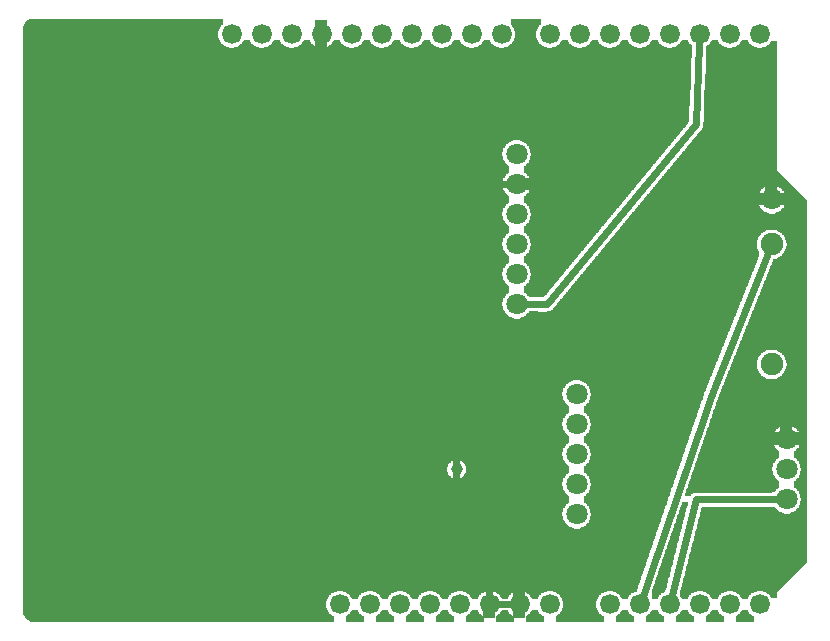
<source format=gbl>
G04 MADE WITH FRITZING*
G04 WWW.FRITZING.ORG*
G04 DOUBLE SIDED*
G04 HOLES PLATED*
G04 CONTOUR ON CENTER OF CONTOUR VECTOR*
%ASAXBY*%
%FSLAX23Y23*%
%MOIN*%
%OFA0B0*%
%SFA1.0B1.0*%
%ADD10C,0.075000*%
%ADD11C,0.066194*%
%ADD12C,0.066222*%
%ADD13C,0.070866*%
%ADD14C,0.039370*%
%ADD15C,0.024000*%
%LNCOPPER0*%
G90*
G70*
G54D10*
X132Y2011D03*
G54D11*
X2106Y107D03*
X2206Y107D03*
X2306Y107D03*
X2406Y107D03*
X2506Y107D03*
G54D12*
X1646Y2007D03*
X1546Y2007D03*
X1446Y2007D03*
X1346Y2007D03*
X1246Y2007D03*
X1146Y2007D03*
X1046Y2007D03*
X946Y2007D03*
X846Y2007D03*
X746Y2007D03*
X2506Y2007D03*
X2406Y2007D03*
X2306Y2007D03*
X2206Y2007D03*
X2106Y2007D03*
X2006Y2007D03*
X1906Y2007D03*
X1806Y2007D03*
G54D11*
X1206Y107D03*
X1106Y107D03*
X1306Y107D03*
X1406Y107D03*
X1506Y107D03*
X1606Y107D03*
X1706Y107D03*
X1806Y107D03*
X2006Y107D03*
G54D13*
X1896Y807D03*
X1896Y707D03*
X1696Y1107D03*
X2596Y457D03*
X1696Y1307D03*
X2596Y557D03*
X2546Y907D03*
X2546Y1307D03*
X2596Y657D03*
X2546Y1457D03*
X1896Y607D03*
X1896Y507D03*
X1896Y407D03*
X1696Y1407D03*
X1696Y1507D03*
X1696Y1607D03*
X1696Y1207D03*
G54D14*
X1496Y557D03*
G54D10*
X2546Y1307D03*
X2546Y907D03*
G54D15*
X1494Y1505D02*
X1665Y1506D01*
D02*
X1604Y137D02*
X1597Y259D01*
D02*
X1597Y259D02*
X1494Y357D01*
D02*
X1494Y357D02*
X1494Y1505D01*
D02*
X2295Y1706D02*
X1798Y1106D01*
D02*
X1798Y1106D02*
X1727Y1107D01*
D02*
X2305Y1976D02*
X2295Y1706D01*
D02*
X1676Y107D02*
X1636Y107D01*
D02*
X2213Y136D02*
X2295Y456D01*
D02*
X2295Y456D02*
X2565Y457D01*
D02*
X2116Y135D02*
X2346Y807D01*
D02*
X2346Y807D02*
X2535Y1278D01*
G36*
X2248Y449D02*
X2248Y443D01*
X2246Y443D01*
X2246Y437D01*
X2244Y437D01*
X2244Y431D01*
X2242Y431D01*
X2242Y425D01*
X2240Y425D01*
X2240Y421D01*
X2238Y421D01*
X2238Y415D01*
X2236Y415D01*
X2236Y409D01*
X2234Y409D01*
X2234Y403D01*
X2232Y403D01*
X2232Y397D01*
X2230Y397D01*
X2230Y391D01*
X2228Y391D01*
X2228Y385D01*
X2226Y385D01*
X2226Y379D01*
X2224Y379D01*
X2224Y373D01*
X2222Y373D01*
X2222Y367D01*
X2220Y367D01*
X2220Y361D01*
X2218Y361D01*
X2218Y357D01*
X2216Y357D01*
X2216Y351D01*
X2214Y351D01*
X2214Y345D01*
X2212Y345D01*
X2212Y339D01*
X2210Y339D01*
X2210Y333D01*
X2208Y333D01*
X2208Y327D01*
X2206Y327D01*
X2206Y321D01*
X2204Y321D01*
X2204Y315D01*
X2202Y315D01*
X2202Y309D01*
X2200Y309D01*
X2200Y303D01*
X2198Y303D01*
X2198Y297D01*
X2196Y297D01*
X2196Y291D01*
X2194Y291D01*
X2194Y287D01*
X2192Y287D01*
X2192Y281D01*
X2190Y281D01*
X2190Y275D01*
X2188Y275D01*
X2188Y269D01*
X2186Y269D01*
X2186Y263D01*
X2184Y263D01*
X2184Y257D01*
X2182Y257D01*
X2182Y251D01*
X2180Y251D01*
X2180Y245D01*
X2178Y245D01*
X2178Y239D01*
X2176Y239D01*
X2176Y233D01*
X2174Y233D01*
X2174Y227D01*
X2172Y227D01*
X2172Y221D01*
X2170Y221D01*
X2170Y217D01*
X2168Y217D01*
X2168Y211D01*
X2166Y211D01*
X2166Y205D01*
X2164Y205D01*
X2164Y199D01*
X2162Y199D01*
X2162Y193D01*
X2160Y193D01*
X2160Y187D01*
X2158Y187D01*
X2158Y181D01*
X2156Y181D01*
X2156Y175D01*
X2154Y175D01*
X2154Y169D01*
X2152Y169D01*
X2152Y163D01*
X2150Y163D01*
X2150Y157D01*
X2148Y157D01*
X2148Y151D01*
X2146Y151D01*
X2146Y125D01*
X2166Y125D01*
X2166Y129D01*
X2168Y129D01*
X2168Y131D01*
X2170Y131D01*
X2170Y135D01*
X2172Y135D01*
X2172Y137D01*
X2174Y137D01*
X2174Y139D01*
X2176Y139D01*
X2176Y141D01*
X2178Y141D01*
X2178Y143D01*
X2182Y143D01*
X2182Y145D01*
X2186Y145D01*
X2186Y147D01*
X2190Y147D01*
X2190Y149D01*
X2192Y149D01*
X2192Y153D01*
X2194Y153D01*
X2194Y161D01*
X2196Y161D01*
X2196Y169D01*
X2198Y169D01*
X2198Y177D01*
X2200Y177D01*
X2200Y185D01*
X2202Y185D01*
X2202Y193D01*
X2204Y193D01*
X2204Y199D01*
X2206Y199D01*
X2206Y207D01*
X2208Y207D01*
X2208Y215D01*
X2210Y215D01*
X2210Y223D01*
X2212Y223D01*
X2212Y231D01*
X2214Y231D01*
X2214Y239D01*
X2216Y239D01*
X2216Y247D01*
X2218Y247D01*
X2218Y255D01*
X2220Y255D01*
X2220Y263D01*
X2222Y263D01*
X2222Y271D01*
X2224Y271D01*
X2224Y279D01*
X2226Y279D01*
X2226Y287D01*
X2228Y287D01*
X2228Y295D01*
X2230Y295D01*
X2230Y303D01*
X2232Y303D01*
X2232Y311D01*
X2234Y311D01*
X2234Y317D01*
X2236Y317D01*
X2236Y325D01*
X2238Y325D01*
X2238Y333D01*
X2240Y333D01*
X2240Y341D01*
X2242Y341D01*
X2242Y349D01*
X2244Y349D01*
X2244Y357D01*
X2246Y357D01*
X2246Y365D01*
X2248Y365D01*
X2248Y373D01*
X2250Y373D01*
X2250Y381D01*
X2252Y381D01*
X2252Y389D01*
X2254Y389D01*
X2254Y397D01*
X2256Y397D01*
X2256Y405D01*
X2258Y405D01*
X2258Y413D01*
X2260Y413D01*
X2260Y421D01*
X2262Y421D01*
X2262Y427D01*
X2264Y427D01*
X2264Y435D01*
X2266Y435D01*
X2266Y443D01*
X2268Y443D01*
X2268Y449D01*
X2248Y449D01*
G37*
D02*
G36*
X76Y2059D02*
X76Y2057D01*
X70Y2057D01*
X70Y2055D01*
X68Y2055D01*
X68Y2053D01*
X64Y2053D01*
X64Y2051D01*
X62Y2051D01*
X62Y2049D01*
X60Y2049D01*
X60Y2047D01*
X58Y2047D01*
X58Y2043D01*
X56Y2043D01*
X56Y2041D01*
X54Y2041D01*
X54Y2035D01*
X52Y2035D01*
X52Y1961D01*
X738Y1961D01*
X738Y1963D01*
X730Y1963D01*
X730Y1965D01*
X726Y1965D01*
X726Y1967D01*
X722Y1967D01*
X722Y1969D01*
X720Y1969D01*
X720Y1971D01*
X716Y1971D01*
X716Y1973D01*
X714Y1973D01*
X714Y1975D01*
X712Y1975D01*
X712Y1979D01*
X710Y1979D01*
X710Y1981D01*
X708Y1981D01*
X708Y1983D01*
X706Y1983D01*
X706Y1987D01*
X704Y1987D01*
X704Y1993D01*
X702Y1993D01*
X702Y2003D01*
X700Y2003D01*
X700Y2009D01*
X702Y2009D01*
X702Y2019D01*
X704Y2019D01*
X704Y2025D01*
X706Y2025D01*
X706Y2029D01*
X708Y2029D01*
X708Y2031D01*
X710Y2031D01*
X710Y2035D01*
X712Y2035D01*
X712Y2037D01*
X714Y2037D01*
X714Y2039D01*
X716Y2039D01*
X716Y2059D01*
X76Y2059D01*
G37*
D02*
G36*
X1676Y2059D02*
X1676Y2039D01*
X1678Y2039D01*
X1678Y2037D01*
X1680Y2037D01*
X1680Y2035D01*
X1682Y2035D01*
X1682Y2031D01*
X1684Y2031D01*
X1684Y2029D01*
X1686Y2029D01*
X1686Y2025D01*
X1688Y2025D01*
X1688Y2019D01*
X1690Y2019D01*
X1690Y2007D01*
X1692Y2007D01*
X1692Y2005D01*
X1690Y2005D01*
X1690Y1993D01*
X1688Y1993D01*
X1688Y1987D01*
X1686Y1987D01*
X1686Y1985D01*
X1684Y1985D01*
X1684Y1981D01*
X1682Y1981D01*
X1682Y1979D01*
X1680Y1979D01*
X1680Y1975D01*
X1678Y1975D01*
X1678Y1973D01*
X1674Y1973D01*
X1674Y1971D01*
X1672Y1971D01*
X1672Y1969D01*
X1670Y1969D01*
X1670Y1967D01*
X1666Y1967D01*
X1666Y1965D01*
X1662Y1965D01*
X1662Y1963D01*
X1654Y1963D01*
X1654Y1961D01*
X1798Y1961D01*
X1798Y1963D01*
X1790Y1963D01*
X1790Y1965D01*
X1786Y1965D01*
X1786Y1967D01*
X1782Y1967D01*
X1782Y1969D01*
X1780Y1969D01*
X1780Y1971D01*
X1776Y1971D01*
X1776Y1973D01*
X1774Y1973D01*
X1774Y1975D01*
X1772Y1975D01*
X1772Y1979D01*
X1770Y1979D01*
X1770Y1981D01*
X1768Y1981D01*
X1768Y1983D01*
X1766Y1983D01*
X1766Y1987D01*
X1764Y1987D01*
X1764Y1993D01*
X1762Y1993D01*
X1762Y2003D01*
X1760Y2003D01*
X1760Y2009D01*
X1762Y2009D01*
X1762Y2019D01*
X1764Y2019D01*
X1764Y2025D01*
X1766Y2025D01*
X1766Y2029D01*
X1768Y2029D01*
X1768Y2031D01*
X1770Y2031D01*
X1770Y2035D01*
X1772Y2035D01*
X1772Y2037D01*
X1774Y2037D01*
X1774Y2039D01*
X1776Y2039D01*
X1776Y2059D01*
X1676Y2059D01*
G37*
D02*
G36*
X786Y1987D02*
X786Y1985D01*
X784Y1985D01*
X784Y1981D01*
X782Y1981D01*
X782Y1979D01*
X780Y1979D01*
X780Y1975D01*
X778Y1975D01*
X778Y1973D01*
X774Y1973D01*
X774Y1971D01*
X772Y1971D01*
X772Y1969D01*
X770Y1969D01*
X770Y1967D01*
X766Y1967D01*
X766Y1965D01*
X762Y1965D01*
X762Y1963D01*
X754Y1963D01*
X754Y1961D01*
X838Y1961D01*
X838Y1963D01*
X830Y1963D01*
X830Y1965D01*
X826Y1965D01*
X826Y1967D01*
X822Y1967D01*
X822Y1969D01*
X820Y1969D01*
X820Y1971D01*
X816Y1971D01*
X816Y1973D01*
X814Y1973D01*
X814Y1975D01*
X812Y1975D01*
X812Y1979D01*
X810Y1979D01*
X810Y1981D01*
X808Y1981D01*
X808Y1983D01*
X806Y1983D01*
X806Y1987D01*
X786Y1987D01*
G37*
D02*
G36*
X886Y1987D02*
X886Y1985D01*
X884Y1985D01*
X884Y1981D01*
X882Y1981D01*
X882Y1979D01*
X880Y1979D01*
X880Y1975D01*
X878Y1975D01*
X878Y1973D01*
X876Y1973D01*
X876Y1971D01*
X872Y1971D01*
X872Y1969D01*
X870Y1969D01*
X870Y1967D01*
X866Y1967D01*
X866Y1965D01*
X862Y1965D01*
X862Y1963D01*
X854Y1963D01*
X854Y1961D01*
X938Y1961D01*
X938Y1963D01*
X930Y1963D01*
X930Y1965D01*
X926Y1965D01*
X926Y1967D01*
X922Y1967D01*
X922Y1969D01*
X920Y1969D01*
X920Y1971D01*
X916Y1971D01*
X916Y1973D01*
X914Y1973D01*
X914Y1975D01*
X912Y1975D01*
X912Y1979D01*
X910Y1979D01*
X910Y1981D01*
X908Y1981D01*
X908Y1983D01*
X906Y1983D01*
X906Y1987D01*
X886Y1987D01*
G37*
D02*
G36*
X986Y1987D02*
X986Y1985D01*
X984Y1985D01*
X984Y1981D01*
X982Y1981D01*
X982Y1979D01*
X980Y1979D01*
X980Y1975D01*
X978Y1975D01*
X978Y1973D01*
X976Y1973D01*
X976Y1971D01*
X972Y1971D01*
X972Y1969D01*
X970Y1969D01*
X970Y1967D01*
X966Y1967D01*
X966Y1965D01*
X962Y1965D01*
X962Y1963D01*
X954Y1963D01*
X954Y1961D01*
X1038Y1961D01*
X1038Y1963D01*
X1030Y1963D01*
X1030Y1965D01*
X1026Y1965D01*
X1026Y1967D01*
X1022Y1967D01*
X1022Y1969D01*
X1020Y1969D01*
X1020Y1971D01*
X1016Y1971D01*
X1016Y1973D01*
X1014Y1973D01*
X1014Y1975D01*
X1012Y1975D01*
X1012Y1979D01*
X1010Y1979D01*
X1010Y1981D01*
X1008Y1981D01*
X1008Y1983D01*
X1006Y1983D01*
X1006Y1987D01*
X986Y1987D01*
G37*
D02*
G36*
X1086Y1987D02*
X1086Y1985D01*
X1084Y1985D01*
X1084Y1981D01*
X1082Y1981D01*
X1082Y1979D01*
X1080Y1979D01*
X1080Y1975D01*
X1078Y1975D01*
X1078Y1973D01*
X1076Y1973D01*
X1076Y1971D01*
X1072Y1971D01*
X1072Y1969D01*
X1070Y1969D01*
X1070Y1967D01*
X1066Y1967D01*
X1066Y1965D01*
X1062Y1965D01*
X1062Y1963D01*
X1054Y1963D01*
X1054Y1961D01*
X1138Y1961D01*
X1138Y1963D01*
X1130Y1963D01*
X1130Y1965D01*
X1126Y1965D01*
X1126Y1967D01*
X1122Y1967D01*
X1122Y1969D01*
X1120Y1969D01*
X1120Y1971D01*
X1116Y1971D01*
X1116Y1973D01*
X1114Y1973D01*
X1114Y1975D01*
X1112Y1975D01*
X1112Y1979D01*
X1110Y1979D01*
X1110Y1981D01*
X1108Y1981D01*
X1108Y1983D01*
X1106Y1983D01*
X1106Y1987D01*
X1086Y1987D01*
G37*
D02*
G36*
X1186Y1987D02*
X1186Y1985D01*
X1184Y1985D01*
X1184Y1981D01*
X1182Y1981D01*
X1182Y1979D01*
X1180Y1979D01*
X1180Y1975D01*
X1178Y1975D01*
X1178Y1973D01*
X1176Y1973D01*
X1176Y1971D01*
X1172Y1971D01*
X1172Y1969D01*
X1170Y1969D01*
X1170Y1967D01*
X1166Y1967D01*
X1166Y1965D01*
X1162Y1965D01*
X1162Y1963D01*
X1154Y1963D01*
X1154Y1961D01*
X1238Y1961D01*
X1238Y1963D01*
X1230Y1963D01*
X1230Y1965D01*
X1226Y1965D01*
X1226Y1967D01*
X1222Y1967D01*
X1222Y1969D01*
X1220Y1969D01*
X1220Y1971D01*
X1216Y1971D01*
X1216Y1973D01*
X1214Y1973D01*
X1214Y1975D01*
X1212Y1975D01*
X1212Y1979D01*
X1210Y1979D01*
X1210Y1981D01*
X1208Y1981D01*
X1208Y1983D01*
X1206Y1983D01*
X1206Y1987D01*
X1186Y1987D01*
G37*
D02*
G36*
X1286Y1987D02*
X1286Y1985D01*
X1284Y1985D01*
X1284Y1981D01*
X1282Y1981D01*
X1282Y1979D01*
X1280Y1979D01*
X1280Y1975D01*
X1278Y1975D01*
X1278Y1973D01*
X1276Y1973D01*
X1276Y1971D01*
X1272Y1971D01*
X1272Y1969D01*
X1270Y1969D01*
X1270Y1967D01*
X1266Y1967D01*
X1266Y1965D01*
X1262Y1965D01*
X1262Y1963D01*
X1254Y1963D01*
X1254Y1961D01*
X1338Y1961D01*
X1338Y1963D01*
X1330Y1963D01*
X1330Y1965D01*
X1326Y1965D01*
X1326Y1967D01*
X1322Y1967D01*
X1322Y1969D01*
X1320Y1969D01*
X1320Y1971D01*
X1316Y1971D01*
X1316Y1973D01*
X1314Y1973D01*
X1314Y1975D01*
X1312Y1975D01*
X1312Y1979D01*
X1310Y1979D01*
X1310Y1981D01*
X1308Y1981D01*
X1308Y1983D01*
X1306Y1983D01*
X1306Y1987D01*
X1286Y1987D01*
G37*
D02*
G36*
X1386Y1987D02*
X1386Y1985D01*
X1384Y1985D01*
X1384Y1981D01*
X1382Y1981D01*
X1382Y1979D01*
X1380Y1979D01*
X1380Y1975D01*
X1378Y1975D01*
X1378Y1973D01*
X1376Y1973D01*
X1376Y1971D01*
X1372Y1971D01*
X1372Y1969D01*
X1370Y1969D01*
X1370Y1967D01*
X1366Y1967D01*
X1366Y1965D01*
X1362Y1965D01*
X1362Y1963D01*
X1354Y1963D01*
X1354Y1961D01*
X1438Y1961D01*
X1438Y1963D01*
X1430Y1963D01*
X1430Y1965D01*
X1426Y1965D01*
X1426Y1967D01*
X1422Y1967D01*
X1422Y1969D01*
X1420Y1969D01*
X1420Y1971D01*
X1416Y1971D01*
X1416Y1973D01*
X1414Y1973D01*
X1414Y1975D01*
X1412Y1975D01*
X1412Y1979D01*
X1410Y1979D01*
X1410Y1981D01*
X1408Y1981D01*
X1408Y1983D01*
X1406Y1983D01*
X1406Y1987D01*
X1386Y1987D01*
G37*
D02*
G36*
X1486Y1987D02*
X1486Y1985D01*
X1484Y1985D01*
X1484Y1981D01*
X1482Y1981D01*
X1482Y1979D01*
X1480Y1979D01*
X1480Y1975D01*
X1478Y1975D01*
X1478Y1973D01*
X1476Y1973D01*
X1476Y1971D01*
X1472Y1971D01*
X1472Y1969D01*
X1470Y1969D01*
X1470Y1967D01*
X1466Y1967D01*
X1466Y1965D01*
X1462Y1965D01*
X1462Y1963D01*
X1454Y1963D01*
X1454Y1961D01*
X1538Y1961D01*
X1538Y1963D01*
X1530Y1963D01*
X1530Y1965D01*
X1526Y1965D01*
X1526Y1967D01*
X1522Y1967D01*
X1522Y1969D01*
X1520Y1969D01*
X1520Y1971D01*
X1516Y1971D01*
X1516Y1973D01*
X1514Y1973D01*
X1514Y1975D01*
X1512Y1975D01*
X1512Y1979D01*
X1510Y1979D01*
X1510Y1981D01*
X1508Y1981D01*
X1508Y1983D01*
X1506Y1983D01*
X1506Y1987D01*
X1486Y1987D01*
G37*
D02*
G36*
X1586Y1987D02*
X1586Y1985D01*
X1584Y1985D01*
X1584Y1981D01*
X1582Y1981D01*
X1582Y1979D01*
X1580Y1979D01*
X1580Y1975D01*
X1578Y1975D01*
X1578Y1973D01*
X1576Y1973D01*
X1576Y1971D01*
X1572Y1971D01*
X1572Y1969D01*
X1570Y1969D01*
X1570Y1967D01*
X1566Y1967D01*
X1566Y1965D01*
X1562Y1965D01*
X1562Y1963D01*
X1554Y1963D01*
X1554Y1961D01*
X1638Y1961D01*
X1638Y1963D01*
X1630Y1963D01*
X1630Y1965D01*
X1626Y1965D01*
X1626Y1967D01*
X1622Y1967D01*
X1622Y1969D01*
X1620Y1969D01*
X1620Y1971D01*
X1616Y1971D01*
X1616Y1973D01*
X1614Y1973D01*
X1614Y1975D01*
X1612Y1975D01*
X1612Y1979D01*
X1610Y1979D01*
X1610Y1981D01*
X1608Y1981D01*
X1608Y1983D01*
X1606Y1983D01*
X1606Y1987D01*
X1586Y1987D01*
G37*
D02*
G36*
X1846Y1987D02*
X1846Y1985D01*
X1844Y1985D01*
X1844Y1981D01*
X1842Y1981D01*
X1842Y1979D01*
X1840Y1979D01*
X1840Y1975D01*
X1838Y1975D01*
X1838Y1973D01*
X1836Y1973D01*
X1836Y1971D01*
X1832Y1971D01*
X1832Y1969D01*
X1830Y1969D01*
X1830Y1967D01*
X1826Y1967D01*
X1826Y1965D01*
X1822Y1965D01*
X1822Y1963D01*
X1814Y1963D01*
X1814Y1961D01*
X1898Y1961D01*
X1898Y1963D01*
X1890Y1963D01*
X1890Y1965D01*
X1886Y1965D01*
X1886Y1967D01*
X1882Y1967D01*
X1882Y1969D01*
X1880Y1969D01*
X1880Y1971D01*
X1876Y1971D01*
X1876Y1973D01*
X1874Y1973D01*
X1874Y1975D01*
X1872Y1975D01*
X1872Y1979D01*
X1870Y1979D01*
X1870Y1981D01*
X1868Y1981D01*
X1868Y1983D01*
X1866Y1983D01*
X1866Y1987D01*
X1846Y1987D01*
G37*
D02*
G36*
X1946Y1987D02*
X1946Y1985D01*
X1944Y1985D01*
X1944Y1981D01*
X1942Y1981D01*
X1942Y1979D01*
X1940Y1979D01*
X1940Y1975D01*
X1938Y1975D01*
X1938Y1973D01*
X1936Y1973D01*
X1936Y1971D01*
X1932Y1971D01*
X1932Y1969D01*
X1930Y1969D01*
X1930Y1967D01*
X1926Y1967D01*
X1926Y1965D01*
X1922Y1965D01*
X1922Y1963D01*
X1914Y1963D01*
X1914Y1961D01*
X1998Y1961D01*
X1998Y1963D01*
X1990Y1963D01*
X1990Y1965D01*
X1986Y1965D01*
X1986Y1967D01*
X1982Y1967D01*
X1982Y1969D01*
X1980Y1969D01*
X1980Y1971D01*
X1976Y1971D01*
X1976Y1973D01*
X1974Y1973D01*
X1974Y1975D01*
X1972Y1975D01*
X1972Y1979D01*
X1970Y1979D01*
X1970Y1981D01*
X1968Y1981D01*
X1968Y1983D01*
X1966Y1983D01*
X1966Y1987D01*
X1946Y1987D01*
G37*
D02*
G36*
X2046Y1987D02*
X2046Y1985D01*
X2044Y1985D01*
X2044Y1981D01*
X2042Y1981D01*
X2042Y1979D01*
X2040Y1979D01*
X2040Y1975D01*
X2038Y1975D01*
X2038Y1973D01*
X2036Y1973D01*
X2036Y1971D01*
X2032Y1971D01*
X2032Y1969D01*
X2030Y1969D01*
X2030Y1967D01*
X2026Y1967D01*
X2026Y1965D01*
X2022Y1965D01*
X2022Y1963D01*
X2014Y1963D01*
X2014Y1961D01*
X2098Y1961D01*
X2098Y1963D01*
X2090Y1963D01*
X2090Y1965D01*
X2086Y1965D01*
X2086Y1967D01*
X2082Y1967D01*
X2082Y1969D01*
X2080Y1969D01*
X2080Y1971D01*
X2076Y1971D01*
X2076Y1973D01*
X2074Y1973D01*
X2074Y1975D01*
X2072Y1975D01*
X2072Y1979D01*
X2070Y1979D01*
X2070Y1981D01*
X2068Y1981D01*
X2068Y1983D01*
X2066Y1983D01*
X2066Y1987D01*
X2046Y1987D01*
G37*
D02*
G36*
X2146Y1987D02*
X2146Y1985D01*
X2144Y1985D01*
X2144Y1981D01*
X2142Y1981D01*
X2142Y1979D01*
X2140Y1979D01*
X2140Y1975D01*
X2138Y1975D01*
X2138Y1973D01*
X2136Y1973D01*
X2136Y1971D01*
X2132Y1971D01*
X2132Y1969D01*
X2130Y1969D01*
X2130Y1967D01*
X2126Y1967D01*
X2126Y1965D01*
X2122Y1965D01*
X2122Y1963D01*
X2114Y1963D01*
X2114Y1961D01*
X2198Y1961D01*
X2198Y1963D01*
X2190Y1963D01*
X2190Y1965D01*
X2186Y1965D01*
X2186Y1967D01*
X2182Y1967D01*
X2182Y1969D01*
X2180Y1969D01*
X2180Y1971D01*
X2176Y1971D01*
X2176Y1973D01*
X2174Y1973D01*
X2174Y1975D01*
X2172Y1975D01*
X2172Y1979D01*
X2170Y1979D01*
X2170Y1981D01*
X2168Y1981D01*
X2168Y1983D01*
X2166Y1983D01*
X2166Y1987D01*
X2146Y1987D01*
G37*
D02*
G36*
X2246Y1987D02*
X2246Y1985D01*
X2244Y1985D01*
X2244Y1981D01*
X2242Y1981D01*
X2242Y1979D01*
X2240Y1979D01*
X2240Y1975D01*
X2238Y1975D01*
X2238Y1973D01*
X2234Y1973D01*
X2234Y1971D01*
X2232Y1971D01*
X2232Y1969D01*
X2230Y1969D01*
X2230Y1967D01*
X2226Y1967D01*
X2226Y1965D01*
X2222Y1965D01*
X2222Y1963D01*
X2214Y1963D01*
X2214Y1961D01*
X2280Y1961D01*
X2280Y1971D01*
X2276Y1971D01*
X2276Y1973D01*
X2274Y1973D01*
X2274Y1975D01*
X2272Y1975D01*
X2272Y1979D01*
X2270Y1979D01*
X2270Y1981D01*
X2268Y1981D01*
X2268Y1983D01*
X2266Y1983D01*
X2266Y1987D01*
X2246Y1987D01*
G37*
D02*
G36*
X2346Y1987D02*
X2346Y1985D01*
X2344Y1985D01*
X2344Y1981D01*
X2342Y1981D01*
X2342Y1979D01*
X2340Y1979D01*
X2340Y1975D01*
X2338Y1975D01*
X2338Y1973D01*
X2336Y1973D01*
X2336Y1971D01*
X2332Y1971D01*
X2332Y1969D01*
X2330Y1969D01*
X2330Y1967D01*
X2328Y1967D01*
X2328Y1961D01*
X2398Y1961D01*
X2398Y1963D01*
X2390Y1963D01*
X2390Y1965D01*
X2386Y1965D01*
X2386Y1967D01*
X2382Y1967D01*
X2382Y1969D01*
X2380Y1969D01*
X2380Y1971D01*
X2376Y1971D01*
X2376Y1973D01*
X2374Y1973D01*
X2374Y1975D01*
X2372Y1975D01*
X2372Y1979D01*
X2370Y1979D01*
X2370Y1981D01*
X2368Y1981D01*
X2368Y1983D01*
X2366Y1983D01*
X2366Y1987D01*
X2346Y1987D01*
G37*
D02*
G36*
X2446Y1987D02*
X2446Y1985D01*
X2444Y1985D01*
X2444Y1981D01*
X2442Y1981D01*
X2442Y1979D01*
X2440Y1979D01*
X2440Y1975D01*
X2438Y1975D01*
X2438Y1973D01*
X2436Y1973D01*
X2436Y1971D01*
X2432Y1971D01*
X2432Y1969D01*
X2430Y1969D01*
X2430Y1967D01*
X2426Y1967D01*
X2426Y1965D01*
X2422Y1965D01*
X2422Y1963D01*
X2414Y1963D01*
X2414Y1961D01*
X2498Y1961D01*
X2498Y1963D01*
X2490Y1963D01*
X2490Y1965D01*
X2486Y1965D01*
X2486Y1967D01*
X2482Y1967D01*
X2482Y1969D01*
X2480Y1969D01*
X2480Y1971D01*
X2476Y1971D01*
X2476Y1973D01*
X2474Y1973D01*
X2474Y1975D01*
X2472Y1975D01*
X2472Y1979D01*
X2470Y1979D01*
X2470Y1981D01*
X2468Y1981D01*
X2468Y1983D01*
X2466Y1983D01*
X2466Y1987D01*
X2446Y1987D01*
G37*
D02*
G36*
X2544Y1985D02*
X2544Y1981D01*
X2542Y1981D01*
X2542Y1979D01*
X2540Y1979D01*
X2540Y1975D01*
X2538Y1975D01*
X2538Y1973D01*
X2536Y1973D01*
X2536Y1971D01*
X2532Y1971D01*
X2532Y1969D01*
X2530Y1969D01*
X2530Y1967D01*
X2526Y1967D01*
X2526Y1965D01*
X2522Y1965D01*
X2522Y1963D01*
X2514Y1963D01*
X2514Y1961D01*
X2564Y1961D01*
X2564Y1985D01*
X2544Y1985D01*
G37*
D02*
G36*
X52Y1961D02*
X52Y1959D01*
X2280Y1959D01*
X2280Y1961D01*
X52Y1961D01*
G37*
D02*
G36*
X52Y1961D02*
X52Y1959D01*
X2280Y1959D01*
X2280Y1961D01*
X52Y1961D01*
G37*
D02*
G36*
X52Y1961D02*
X52Y1959D01*
X2280Y1959D01*
X2280Y1961D01*
X52Y1961D01*
G37*
D02*
G36*
X52Y1961D02*
X52Y1959D01*
X2280Y1959D01*
X2280Y1961D01*
X52Y1961D01*
G37*
D02*
G36*
X52Y1961D02*
X52Y1959D01*
X2280Y1959D01*
X2280Y1961D01*
X52Y1961D01*
G37*
D02*
G36*
X52Y1961D02*
X52Y1959D01*
X2280Y1959D01*
X2280Y1961D01*
X52Y1961D01*
G37*
D02*
G36*
X52Y1961D02*
X52Y1959D01*
X2280Y1959D01*
X2280Y1961D01*
X52Y1961D01*
G37*
D02*
G36*
X52Y1961D02*
X52Y1959D01*
X2280Y1959D01*
X2280Y1961D01*
X52Y1961D01*
G37*
D02*
G36*
X52Y1961D02*
X52Y1959D01*
X2280Y1959D01*
X2280Y1961D01*
X52Y1961D01*
G37*
D02*
G36*
X52Y1961D02*
X52Y1959D01*
X2280Y1959D01*
X2280Y1961D01*
X52Y1961D01*
G37*
D02*
G36*
X52Y1961D02*
X52Y1959D01*
X2280Y1959D01*
X2280Y1961D01*
X52Y1961D01*
G37*
D02*
G36*
X52Y1961D02*
X52Y1959D01*
X2280Y1959D01*
X2280Y1961D01*
X52Y1961D01*
G37*
D02*
G36*
X52Y1961D02*
X52Y1959D01*
X2280Y1959D01*
X2280Y1961D01*
X52Y1961D01*
G37*
D02*
G36*
X52Y1961D02*
X52Y1959D01*
X2280Y1959D01*
X2280Y1961D01*
X52Y1961D01*
G37*
D02*
G36*
X52Y1961D02*
X52Y1959D01*
X2280Y1959D01*
X2280Y1961D01*
X52Y1961D01*
G37*
D02*
G36*
X52Y1961D02*
X52Y1959D01*
X2280Y1959D01*
X2280Y1961D01*
X52Y1961D01*
G37*
D02*
G36*
X2328Y1961D02*
X2328Y1959D01*
X2564Y1959D01*
X2564Y1961D01*
X2328Y1961D01*
G37*
D02*
G36*
X2328Y1961D02*
X2328Y1959D01*
X2564Y1959D01*
X2564Y1961D01*
X2328Y1961D01*
G37*
D02*
G36*
X2328Y1961D02*
X2328Y1959D01*
X2564Y1959D01*
X2564Y1961D01*
X2328Y1961D01*
G37*
D02*
G36*
X52Y1959D02*
X52Y1653D01*
X1708Y1653D01*
X1708Y1651D01*
X1714Y1651D01*
X1714Y1649D01*
X1718Y1649D01*
X1718Y1647D01*
X1722Y1647D01*
X1722Y1645D01*
X1724Y1645D01*
X1724Y1643D01*
X1726Y1643D01*
X1726Y1641D01*
X1730Y1641D01*
X1730Y1637D01*
X1732Y1637D01*
X1732Y1635D01*
X1734Y1635D01*
X1734Y1633D01*
X1736Y1633D01*
X1736Y1629D01*
X1738Y1629D01*
X1738Y1625D01*
X1740Y1625D01*
X1740Y1621D01*
X1742Y1621D01*
X1742Y1611D01*
X1744Y1611D01*
X1744Y1601D01*
X1742Y1601D01*
X1742Y1593D01*
X1740Y1593D01*
X1740Y1587D01*
X1738Y1587D01*
X1738Y1583D01*
X1736Y1583D01*
X1736Y1579D01*
X1734Y1579D01*
X1734Y1577D01*
X1732Y1577D01*
X1732Y1575D01*
X1730Y1575D01*
X1730Y1573D01*
X1728Y1573D01*
X1728Y1571D01*
X1726Y1571D01*
X1726Y1569D01*
X1724Y1569D01*
X1724Y1567D01*
X1720Y1567D01*
X1720Y1547D01*
X1722Y1547D01*
X1722Y1545D01*
X1724Y1545D01*
X1724Y1543D01*
X1726Y1543D01*
X1726Y1541D01*
X1730Y1541D01*
X1730Y1537D01*
X1732Y1537D01*
X1732Y1535D01*
X1734Y1535D01*
X1734Y1533D01*
X1736Y1533D01*
X1736Y1529D01*
X1738Y1529D01*
X1738Y1525D01*
X1740Y1525D01*
X1740Y1521D01*
X1742Y1521D01*
X1742Y1511D01*
X1744Y1511D01*
X1744Y1501D01*
X1742Y1501D01*
X1742Y1493D01*
X1740Y1493D01*
X1740Y1487D01*
X1738Y1487D01*
X1738Y1483D01*
X1736Y1483D01*
X1736Y1479D01*
X1734Y1479D01*
X1734Y1477D01*
X1732Y1477D01*
X1732Y1475D01*
X1730Y1475D01*
X1730Y1473D01*
X1728Y1473D01*
X1728Y1471D01*
X1726Y1471D01*
X1726Y1469D01*
X1724Y1469D01*
X1724Y1467D01*
X1720Y1467D01*
X1720Y1447D01*
X1722Y1447D01*
X1722Y1445D01*
X1724Y1445D01*
X1724Y1443D01*
X1726Y1443D01*
X1726Y1441D01*
X1730Y1441D01*
X1730Y1437D01*
X1732Y1437D01*
X1732Y1435D01*
X1734Y1435D01*
X1734Y1433D01*
X1736Y1433D01*
X1736Y1429D01*
X1738Y1429D01*
X1738Y1425D01*
X1740Y1425D01*
X1740Y1421D01*
X1742Y1421D01*
X1742Y1411D01*
X1744Y1411D01*
X1744Y1401D01*
X1742Y1401D01*
X1742Y1393D01*
X1740Y1393D01*
X1740Y1387D01*
X1738Y1387D01*
X1738Y1383D01*
X1736Y1383D01*
X1736Y1379D01*
X1734Y1379D01*
X1734Y1377D01*
X1732Y1377D01*
X1732Y1375D01*
X1730Y1375D01*
X1730Y1373D01*
X1728Y1373D01*
X1728Y1371D01*
X1726Y1371D01*
X1726Y1369D01*
X1724Y1369D01*
X1724Y1367D01*
X1720Y1367D01*
X1720Y1347D01*
X1722Y1347D01*
X1722Y1345D01*
X1724Y1345D01*
X1724Y1343D01*
X1726Y1343D01*
X1726Y1341D01*
X1730Y1341D01*
X1730Y1337D01*
X1732Y1337D01*
X1732Y1335D01*
X1734Y1335D01*
X1734Y1333D01*
X1736Y1333D01*
X1736Y1329D01*
X1738Y1329D01*
X1738Y1325D01*
X1740Y1325D01*
X1740Y1321D01*
X1742Y1321D01*
X1742Y1311D01*
X1744Y1311D01*
X1744Y1301D01*
X1742Y1301D01*
X1742Y1293D01*
X1740Y1293D01*
X1740Y1287D01*
X1738Y1287D01*
X1738Y1283D01*
X1736Y1283D01*
X1736Y1279D01*
X1734Y1279D01*
X1734Y1277D01*
X1732Y1277D01*
X1732Y1275D01*
X1730Y1275D01*
X1730Y1273D01*
X1728Y1273D01*
X1728Y1271D01*
X1726Y1271D01*
X1726Y1269D01*
X1724Y1269D01*
X1724Y1267D01*
X1720Y1267D01*
X1720Y1247D01*
X1722Y1247D01*
X1722Y1245D01*
X1724Y1245D01*
X1724Y1243D01*
X1726Y1243D01*
X1726Y1241D01*
X1730Y1241D01*
X1730Y1237D01*
X1732Y1237D01*
X1732Y1235D01*
X1734Y1235D01*
X1734Y1233D01*
X1736Y1233D01*
X1736Y1229D01*
X1738Y1229D01*
X1738Y1225D01*
X1740Y1225D01*
X1740Y1221D01*
X1742Y1221D01*
X1742Y1211D01*
X1744Y1211D01*
X1744Y1201D01*
X1742Y1201D01*
X1742Y1193D01*
X1740Y1193D01*
X1740Y1187D01*
X1738Y1187D01*
X1738Y1183D01*
X1736Y1183D01*
X1736Y1179D01*
X1734Y1179D01*
X1734Y1177D01*
X1732Y1177D01*
X1732Y1175D01*
X1730Y1175D01*
X1730Y1173D01*
X1728Y1173D01*
X1728Y1171D01*
X1726Y1171D01*
X1726Y1169D01*
X1724Y1169D01*
X1724Y1167D01*
X1720Y1167D01*
X1720Y1147D01*
X1722Y1147D01*
X1722Y1145D01*
X1724Y1145D01*
X1724Y1143D01*
X1726Y1143D01*
X1726Y1141D01*
X1730Y1141D01*
X1730Y1137D01*
X1732Y1137D01*
X1732Y1135D01*
X1734Y1135D01*
X1734Y1133D01*
X1736Y1133D01*
X1736Y1131D01*
X1788Y1131D01*
X1788Y1133D01*
X1790Y1133D01*
X1790Y1135D01*
X1792Y1135D01*
X1792Y1137D01*
X1794Y1137D01*
X1794Y1139D01*
X1796Y1139D01*
X1796Y1143D01*
X1798Y1143D01*
X1798Y1145D01*
X1800Y1145D01*
X1800Y1147D01*
X1802Y1147D01*
X1802Y1149D01*
X1804Y1149D01*
X1804Y1153D01*
X1806Y1153D01*
X1806Y1155D01*
X1808Y1155D01*
X1808Y1157D01*
X1810Y1157D01*
X1810Y1159D01*
X1812Y1159D01*
X1812Y1161D01*
X1814Y1161D01*
X1814Y1165D01*
X1816Y1165D01*
X1816Y1167D01*
X1818Y1167D01*
X1818Y1169D01*
X1820Y1169D01*
X1820Y1171D01*
X1822Y1171D01*
X1822Y1173D01*
X1824Y1173D01*
X1824Y1177D01*
X1826Y1177D01*
X1826Y1179D01*
X1828Y1179D01*
X1828Y1181D01*
X1830Y1181D01*
X1830Y1183D01*
X1832Y1183D01*
X1832Y1185D01*
X1834Y1185D01*
X1834Y1189D01*
X1836Y1189D01*
X1836Y1191D01*
X1838Y1191D01*
X1838Y1193D01*
X1840Y1193D01*
X1840Y1195D01*
X1842Y1195D01*
X1842Y1197D01*
X1844Y1197D01*
X1844Y1201D01*
X1846Y1201D01*
X1846Y1203D01*
X1848Y1203D01*
X1848Y1205D01*
X1850Y1205D01*
X1850Y1207D01*
X1852Y1207D01*
X1852Y1209D01*
X1854Y1209D01*
X1854Y1213D01*
X1856Y1213D01*
X1856Y1215D01*
X1858Y1215D01*
X1858Y1217D01*
X1860Y1217D01*
X1860Y1219D01*
X1862Y1219D01*
X1862Y1223D01*
X1864Y1223D01*
X1864Y1225D01*
X1866Y1225D01*
X1866Y1227D01*
X1868Y1227D01*
X1868Y1229D01*
X1870Y1229D01*
X1870Y1231D01*
X1872Y1231D01*
X1872Y1235D01*
X1874Y1235D01*
X1874Y1237D01*
X1876Y1237D01*
X1876Y1239D01*
X1878Y1239D01*
X1878Y1241D01*
X1880Y1241D01*
X1880Y1243D01*
X1882Y1243D01*
X1882Y1247D01*
X1884Y1247D01*
X1884Y1249D01*
X1886Y1249D01*
X1886Y1251D01*
X1888Y1251D01*
X1888Y1253D01*
X1890Y1253D01*
X1890Y1255D01*
X1892Y1255D01*
X1892Y1259D01*
X1894Y1259D01*
X1894Y1261D01*
X1896Y1261D01*
X1896Y1263D01*
X1898Y1263D01*
X1898Y1265D01*
X1900Y1265D01*
X1900Y1267D01*
X1902Y1267D01*
X1902Y1271D01*
X1904Y1271D01*
X1904Y1273D01*
X1906Y1273D01*
X1906Y1275D01*
X1908Y1275D01*
X1908Y1277D01*
X1910Y1277D01*
X1910Y1279D01*
X1912Y1279D01*
X1912Y1283D01*
X1914Y1283D01*
X1914Y1285D01*
X1916Y1285D01*
X1916Y1287D01*
X1918Y1287D01*
X1918Y1289D01*
X1920Y1289D01*
X1920Y1293D01*
X1922Y1293D01*
X1922Y1295D01*
X1924Y1295D01*
X1924Y1297D01*
X1926Y1297D01*
X1926Y1299D01*
X1928Y1299D01*
X1928Y1301D01*
X1930Y1301D01*
X1930Y1305D01*
X1932Y1305D01*
X1932Y1307D01*
X1934Y1307D01*
X1934Y1309D01*
X1936Y1309D01*
X1936Y1311D01*
X1938Y1311D01*
X1938Y1313D01*
X1940Y1313D01*
X1940Y1317D01*
X1942Y1317D01*
X1942Y1319D01*
X1944Y1319D01*
X1944Y1321D01*
X1946Y1321D01*
X1946Y1323D01*
X1948Y1323D01*
X1948Y1325D01*
X1950Y1325D01*
X1950Y1329D01*
X1952Y1329D01*
X1952Y1331D01*
X1954Y1331D01*
X1954Y1333D01*
X1956Y1333D01*
X1956Y1335D01*
X1958Y1335D01*
X1958Y1337D01*
X1960Y1337D01*
X1960Y1341D01*
X1962Y1341D01*
X1962Y1343D01*
X1964Y1343D01*
X1964Y1345D01*
X1966Y1345D01*
X1966Y1347D01*
X1968Y1347D01*
X1968Y1349D01*
X1970Y1349D01*
X1970Y1353D01*
X1972Y1353D01*
X1972Y1355D01*
X1974Y1355D01*
X1974Y1357D01*
X1976Y1357D01*
X1976Y1359D01*
X1978Y1359D01*
X1978Y1363D01*
X1980Y1363D01*
X1980Y1365D01*
X1982Y1365D01*
X1982Y1367D01*
X1984Y1367D01*
X1984Y1369D01*
X1986Y1369D01*
X1986Y1371D01*
X1988Y1371D01*
X1988Y1375D01*
X1990Y1375D01*
X1990Y1377D01*
X1992Y1377D01*
X1992Y1379D01*
X1994Y1379D01*
X1994Y1381D01*
X1996Y1381D01*
X1996Y1383D01*
X1998Y1383D01*
X1998Y1387D01*
X2000Y1387D01*
X2000Y1389D01*
X2002Y1389D01*
X2002Y1391D01*
X2004Y1391D01*
X2004Y1393D01*
X2006Y1393D01*
X2006Y1395D01*
X2008Y1395D01*
X2008Y1399D01*
X2010Y1399D01*
X2010Y1401D01*
X2012Y1401D01*
X2012Y1403D01*
X2014Y1403D01*
X2014Y1405D01*
X2016Y1405D01*
X2016Y1407D01*
X2018Y1407D01*
X2018Y1411D01*
X2020Y1411D01*
X2020Y1413D01*
X2022Y1413D01*
X2022Y1415D01*
X2024Y1415D01*
X2024Y1417D01*
X2026Y1417D01*
X2026Y1419D01*
X2028Y1419D01*
X2028Y1423D01*
X2030Y1423D01*
X2030Y1425D01*
X2032Y1425D01*
X2032Y1427D01*
X2034Y1427D01*
X2034Y1429D01*
X2036Y1429D01*
X2036Y1433D01*
X2038Y1433D01*
X2038Y1435D01*
X2040Y1435D01*
X2040Y1437D01*
X2042Y1437D01*
X2042Y1439D01*
X2044Y1439D01*
X2044Y1441D01*
X2046Y1441D01*
X2046Y1445D01*
X2048Y1445D01*
X2048Y1447D01*
X2050Y1447D01*
X2050Y1449D01*
X2052Y1449D01*
X2052Y1451D01*
X2054Y1451D01*
X2054Y1453D01*
X2056Y1453D01*
X2056Y1457D01*
X2058Y1457D01*
X2058Y1459D01*
X2060Y1459D01*
X2060Y1461D01*
X2062Y1461D01*
X2062Y1463D01*
X2064Y1463D01*
X2064Y1465D01*
X2066Y1465D01*
X2066Y1469D01*
X2068Y1469D01*
X2068Y1471D01*
X2070Y1471D01*
X2070Y1473D01*
X2072Y1473D01*
X2072Y1475D01*
X2074Y1475D01*
X2074Y1477D01*
X2076Y1477D01*
X2076Y1481D01*
X2078Y1481D01*
X2078Y1483D01*
X2080Y1483D01*
X2080Y1485D01*
X2082Y1485D01*
X2082Y1487D01*
X2084Y1487D01*
X2084Y1489D01*
X2086Y1489D01*
X2086Y1493D01*
X2088Y1493D01*
X2088Y1495D01*
X2090Y1495D01*
X2090Y1497D01*
X2092Y1497D01*
X2092Y1499D01*
X2094Y1499D01*
X2094Y1503D01*
X2096Y1503D01*
X2096Y1505D01*
X2098Y1505D01*
X2098Y1507D01*
X2100Y1507D01*
X2100Y1509D01*
X2102Y1509D01*
X2102Y1511D01*
X2104Y1511D01*
X2104Y1515D01*
X2106Y1515D01*
X2106Y1517D01*
X2108Y1517D01*
X2108Y1519D01*
X2110Y1519D01*
X2110Y1521D01*
X2112Y1521D01*
X2112Y1523D01*
X2114Y1523D01*
X2114Y1527D01*
X2116Y1527D01*
X2116Y1529D01*
X2118Y1529D01*
X2118Y1531D01*
X2120Y1531D01*
X2120Y1533D01*
X2122Y1533D01*
X2122Y1535D01*
X2124Y1535D01*
X2124Y1539D01*
X2126Y1539D01*
X2126Y1541D01*
X2128Y1541D01*
X2128Y1543D01*
X2130Y1543D01*
X2130Y1545D01*
X2132Y1545D01*
X2132Y1547D01*
X2134Y1547D01*
X2134Y1551D01*
X2136Y1551D01*
X2136Y1553D01*
X2138Y1553D01*
X2138Y1555D01*
X2140Y1555D01*
X2140Y1557D01*
X2142Y1557D01*
X2142Y1559D01*
X2144Y1559D01*
X2144Y1563D01*
X2146Y1563D01*
X2146Y1565D01*
X2148Y1565D01*
X2148Y1567D01*
X2150Y1567D01*
X2150Y1569D01*
X2152Y1569D01*
X2152Y1573D01*
X2154Y1573D01*
X2154Y1575D01*
X2156Y1575D01*
X2156Y1577D01*
X2158Y1577D01*
X2158Y1579D01*
X2160Y1579D01*
X2160Y1581D01*
X2162Y1581D01*
X2162Y1585D01*
X2164Y1585D01*
X2164Y1587D01*
X2166Y1587D01*
X2166Y1589D01*
X2168Y1589D01*
X2168Y1591D01*
X2170Y1591D01*
X2170Y1593D01*
X2172Y1593D01*
X2172Y1597D01*
X2174Y1597D01*
X2174Y1599D01*
X2176Y1599D01*
X2176Y1601D01*
X2178Y1601D01*
X2178Y1603D01*
X2180Y1603D01*
X2180Y1605D01*
X2182Y1605D01*
X2182Y1609D01*
X2184Y1609D01*
X2184Y1611D01*
X2186Y1611D01*
X2186Y1613D01*
X2188Y1613D01*
X2188Y1615D01*
X2190Y1615D01*
X2190Y1617D01*
X2192Y1617D01*
X2192Y1621D01*
X2194Y1621D01*
X2194Y1623D01*
X2196Y1623D01*
X2196Y1625D01*
X2198Y1625D01*
X2198Y1627D01*
X2200Y1627D01*
X2200Y1629D01*
X2202Y1629D01*
X2202Y1633D01*
X2204Y1633D01*
X2204Y1635D01*
X2206Y1635D01*
X2206Y1637D01*
X2208Y1637D01*
X2208Y1639D01*
X2210Y1639D01*
X2210Y1643D01*
X2212Y1643D01*
X2212Y1645D01*
X2214Y1645D01*
X2214Y1647D01*
X2216Y1647D01*
X2216Y1649D01*
X2218Y1649D01*
X2218Y1651D01*
X2220Y1651D01*
X2220Y1655D01*
X2222Y1655D01*
X2222Y1657D01*
X2224Y1657D01*
X2224Y1659D01*
X2226Y1659D01*
X2226Y1661D01*
X2228Y1661D01*
X2228Y1663D01*
X2230Y1663D01*
X2230Y1667D01*
X2232Y1667D01*
X2232Y1669D01*
X2234Y1669D01*
X2234Y1671D01*
X2236Y1671D01*
X2236Y1673D01*
X2238Y1673D01*
X2238Y1675D01*
X2240Y1675D01*
X2240Y1679D01*
X2242Y1679D01*
X2242Y1681D01*
X2244Y1681D01*
X2244Y1683D01*
X2246Y1683D01*
X2246Y1685D01*
X2248Y1685D01*
X2248Y1687D01*
X2250Y1687D01*
X2250Y1691D01*
X2252Y1691D01*
X2252Y1693D01*
X2254Y1693D01*
X2254Y1695D01*
X2256Y1695D01*
X2256Y1697D01*
X2258Y1697D01*
X2258Y1699D01*
X2260Y1699D01*
X2260Y1703D01*
X2262Y1703D01*
X2262Y1705D01*
X2264Y1705D01*
X2264Y1707D01*
X2266Y1707D01*
X2266Y1709D01*
X2268Y1709D01*
X2268Y1713D01*
X2270Y1713D01*
X2270Y1715D01*
X2272Y1715D01*
X2272Y1769D01*
X2274Y1769D01*
X2274Y1821D01*
X2276Y1821D01*
X2276Y1875D01*
X2278Y1875D01*
X2278Y1927D01*
X2280Y1927D01*
X2280Y1959D01*
X52Y1959D01*
G37*
D02*
G36*
X2328Y1959D02*
X2328Y1927D01*
X2326Y1927D01*
X2326Y1873D01*
X2324Y1873D01*
X2324Y1821D01*
X2322Y1821D01*
X2322Y1767D01*
X2320Y1767D01*
X2320Y1713D01*
X2318Y1713D01*
X2318Y1697D01*
X2316Y1697D01*
X2316Y1693D01*
X2314Y1693D01*
X2314Y1689D01*
X2312Y1689D01*
X2312Y1687D01*
X2310Y1687D01*
X2310Y1685D01*
X2308Y1685D01*
X2308Y1683D01*
X2306Y1683D01*
X2306Y1681D01*
X2304Y1681D01*
X2304Y1677D01*
X2302Y1677D01*
X2302Y1675D01*
X2300Y1675D01*
X2300Y1673D01*
X2298Y1673D01*
X2298Y1671D01*
X2296Y1671D01*
X2296Y1669D01*
X2294Y1669D01*
X2294Y1665D01*
X2292Y1665D01*
X2292Y1663D01*
X2290Y1663D01*
X2290Y1661D01*
X2288Y1661D01*
X2288Y1659D01*
X2286Y1659D01*
X2286Y1657D01*
X2284Y1657D01*
X2284Y1653D01*
X2282Y1653D01*
X2282Y1651D01*
X2280Y1651D01*
X2280Y1649D01*
X2278Y1649D01*
X2278Y1647D01*
X2276Y1647D01*
X2276Y1645D01*
X2274Y1645D01*
X2274Y1641D01*
X2272Y1641D01*
X2272Y1639D01*
X2270Y1639D01*
X2270Y1637D01*
X2268Y1637D01*
X2268Y1635D01*
X2266Y1635D01*
X2266Y1633D01*
X2264Y1633D01*
X2264Y1629D01*
X2262Y1629D01*
X2262Y1627D01*
X2260Y1627D01*
X2260Y1625D01*
X2258Y1625D01*
X2258Y1623D01*
X2256Y1623D01*
X2256Y1619D01*
X2254Y1619D01*
X2254Y1617D01*
X2252Y1617D01*
X2252Y1615D01*
X2250Y1615D01*
X2250Y1613D01*
X2248Y1613D01*
X2248Y1611D01*
X2246Y1611D01*
X2246Y1607D01*
X2244Y1607D01*
X2244Y1605D01*
X2242Y1605D01*
X2242Y1603D01*
X2240Y1603D01*
X2240Y1601D01*
X2238Y1601D01*
X2238Y1599D01*
X2236Y1599D01*
X2236Y1595D01*
X2234Y1595D01*
X2234Y1593D01*
X2232Y1593D01*
X2232Y1591D01*
X2230Y1591D01*
X2230Y1589D01*
X2228Y1589D01*
X2228Y1587D01*
X2226Y1587D01*
X2226Y1583D01*
X2224Y1583D01*
X2224Y1581D01*
X2222Y1581D01*
X2222Y1579D01*
X2220Y1579D01*
X2220Y1577D01*
X2218Y1577D01*
X2218Y1575D01*
X2216Y1575D01*
X2216Y1571D01*
X2214Y1571D01*
X2214Y1569D01*
X2212Y1569D01*
X2212Y1567D01*
X2210Y1567D01*
X2210Y1565D01*
X2208Y1565D01*
X2208Y1561D01*
X2206Y1561D01*
X2206Y1559D01*
X2204Y1559D01*
X2204Y1557D01*
X2202Y1557D01*
X2202Y1555D01*
X2200Y1555D01*
X2200Y1553D01*
X2198Y1553D01*
X2198Y1549D01*
X2196Y1549D01*
X2196Y1547D01*
X2194Y1547D01*
X2194Y1545D01*
X2192Y1545D01*
X2192Y1543D01*
X2190Y1543D01*
X2190Y1541D01*
X2188Y1541D01*
X2188Y1537D01*
X2186Y1537D01*
X2186Y1535D01*
X2184Y1535D01*
X2184Y1533D01*
X2182Y1533D01*
X2182Y1531D01*
X2180Y1531D01*
X2180Y1529D01*
X2178Y1529D01*
X2178Y1525D01*
X2176Y1525D01*
X2176Y1523D01*
X2174Y1523D01*
X2174Y1521D01*
X2172Y1521D01*
X2172Y1519D01*
X2170Y1519D01*
X2170Y1517D01*
X2168Y1517D01*
X2168Y1513D01*
X2166Y1513D01*
X2166Y1511D01*
X2164Y1511D01*
X2164Y1509D01*
X2162Y1509D01*
X2162Y1507D01*
X2160Y1507D01*
X2160Y1505D01*
X2158Y1505D01*
X2158Y1503D01*
X2558Y1503D01*
X2558Y1501D01*
X2564Y1501D01*
X2564Y1499D01*
X2568Y1499D01*
X2568Y1497D01*
X2572Y1497D01*
X2572Y1495D01*
X2574Y1495D01*
X2574Y1493D01*
X2576Y1493D01*
X2576Y1491D01*
X2580Y1491D01*
X2580Y1487D01*
X2582Y1487D01*
X2582Y1485D01*
X2584Y1485D01*
X2584Y1483D01*
X2586Y1483D01*
X2586Y1479D01*
X2588Y1479D01*
X2588Y1475D01*
X2590Y1475D01*
X2590Y1471D01*
X2592Y1471D01*
X2592Y1461D01*
X2594Y1461D01*
X2594Y1451D01*
X2592Y1451D01*
X2592Y1443D01*
X2590Y1443D01*
X2590Y1437D01*
X2588Y1437D01*
X2588Y1433D01*
X2586Y1433D01*
X2586Y1429D01*
X2584Y1429D01*
X2584Y1427D01*
X2582Y1427D01*
X2582Y1425D01*
X2580Y1425D01*
X2580Y1423D01*
X2578Y1423D01*
X2578Y1421D01*
X2576Y1421D01*
X2576Y1419D01*
X2574Y1419D01*
X2574Y1417D01*
X2570Y1417D01*
X2570Y1415D01*
X2568Y1415D01*
X2568Y1413D01*
X2562Y1413D01*
X2562Y1411D01*
X2556Y1411D01*
X2556Y1409D01*
X2664Y1409D01*
X2664Y1453D01*
X2662Y1453D01*
X2662Y1455D01*
X2660Y1455D01*
X2660Y1457D01*
X2658Y1457D01*
X2658Y1459D01*
X2656Y1459D01*
X2656Y1461D01*
X2654Y1461D01*
X2654Y1463D01*
X2652Y1463D01*
X2652Y1465D01*
X2650Y1465D01*
X2650Y1467D01*
X2648Y1467D01*
X2648Y1469D01*
X2646Y1469D01*
X2646Y1471D01*
X2644Y1471D01*
X2644Y1473D01*
X2642Y1473D01*
X2642Y1475D01*
X2640Y1475D01*
X2640Y1477D01*
X2638Y1477D01*
X2638Y1479D01*
X2636Y1479D01*
X2636Y1481D01*
X2634Y1481D01*
X2634Y1483D01*
X2632Y1483D01*
X2632Y1485D01*
X2630Y1485D01*
X2630Y1487D01*
X2628Y1487D01*
X2628Y1489D01*
X2626Y1489D01*
X2626Y1491D01*
X2624Y1491D01*
X2624Y1493D01*
X2622Y1493D01*
X2622Y1495D01*
X2620Y1495D01*
X2620Y1497D01*
X2618Y1497D01*
X2618Y1499D01*
X2616Y1499D01*
X2616Y1501D01*
X2614Y1501D01*
X2614Y1503D01*
X2612Y1503D01*
X2612Y1505D01*
X2610Y1505D01*
X2610Y1507D01*
X2608Y1507D01*
X2608Y1509D01*
X2606Y1509D01*
X2606Y1511D01*
X2604Y1511D01*
X2604Y1513D01*
X2602Y1513D01*
X2602Y1515D01*
X2600Y1515D01*
X2600Y1517D01*
X2598Y1517D01*
X2598Y1519D01*
X2596Y1519D01*
X2596Y1521D01*
X2594Y1521D01*
X2594Y1523D01*
X2592Y1523D01*
X2592Y1525D01*
X2590Y1525D01*
X2590Y1527D01*
X2588Y1527D01*
X2588Y1529D01*
X2586Y1529D01*
X2586Y1531D01*
X2584Y1531D01*
X2584Y1533D01*
X2582Y1533D01*
X2582Y1535D01*
X2580Y1535D01*
X2580Y1537D01*
X2578Y1537D01*
X2578Y1539D01*
X2576Y1539D01*
X2576Y1541D01*
X2574Y1541D01*
X2574Y1543D01*
X2572Y1543D01*
X2572Y1545D01*
X2570Y1545D01*
X2570Y1547D01*
X2568Y1547D01*
X2568Y1549D01*
X2566Y1549D01*
X2566Y1551D01*
X2564Y1551D01*
X2564Y1959D01*
X2328Y1959D01*
G37*
D02*
G36*
X52Y1653D02*
X52Y1059D01*
X1686Y1059D01*
X1686Y1061D01*
X1680Y1061D01*
X1680Y1063D01*
X1674Y1063D01*
X1674Y1065D01*
X1672Y1065D01*
X1672Y1067D01*
X1668Y1067D01*
X1668Y1069D01*
X1666Y1069D01*
X1666Y1071D01*
X1664Y1071D01*
X1664Y1073D01*
X1662Y1073D01*
X1662Y1075D01*
X1660Y1075D01*
X1660Y1077D01*
X1658Y1077D01*
X1658Y1079D01*
X1656Y1079D01*
X1656Y1083D01*
X1654Y1083D01*
X1654Y1087D01*
X1652Y1087D01*
X1652Y1091D01*
X1650Y1091D01*
X1650Y1101D01*
X1648Y1101D01*
X1648Y1113D01*
X1650Y1113D01*
X1650Y1121D01*
X1652Y1121D01*
X1652Y1127D01*
X1654Y1127D01*
X1654Y1129D01*
X1656Y1129D01*
X1656Y1133D01*
X1658Y1133D01*
X1658Y1135D01*
X1660Y1135D01*
X1660Y1139D01*
X1662Y1139D01*
X1662Y1141D01*
X1666Y1141D01*
X1666Y1143D01*
X1668Y1143D01*
X1668Y1145D01*
X1670Y1145D01*
X1670Y1147D01*
X1672Y1147D01*
X1672Y1167D01*
X1668Y1167D01*
X1668Y1169D01*
X1666Y1169D01*
X1666Y1171D01*
X1664Y1171D01*
X1664Y1173D01*
X1662Y1173D01*
X1662Y1175D01*
X1660Y1175D01*
X1660Y1177D01*
X1658Y1177D01*
X1658Y1179D01*
X1656Y1179D01*
X1656Y1183D01*
X1654Y1183D01*
X1654Y1187D01*
X1652Y1187D01*
X1652Y1191D01*
X1650Y1191D01*
X1650Y1201D01*
X1648Y1201D01*
X1648Y1213D01*
X1650Y1213D01*
X1650Y1221D01*
X1652Y1221D01*
X1652Y1227D01*
X1654Y1227D01*
X1654Y1229D01*
X1656Y1229D01*
X1656Y1233D01*
X1658Y1233D01*
X1658Y1235D01*
X1660Y1235D01*
X1660Y1239D01*
X1662Y1239D01*
X1662Y1241D01*
X1666Y1241D01*
X1666Y1243D01*
X1668Y1243D01*
X1668Y1245D01*
X1670Y1245D01*
X1670Y1247D01*
X1672Y1247D01*
X1672Y1267D01*
X1668Y1267D01*
X1668Y1269D01*
X1666Y1269D01*
X1666Y1271D01*
X1664Y1271D01*
X1664Y1273D01*
X1662Y1273D01*
X1662Y1275D01*
X1660Y1275D01*
X1660Y1277D01*
X1658Y1277D01*
X1658Y1279D01*
X1656Y1279D01*
X1656Y1283D01*
X1654Y1283D01*
X1654Y1287D01*
X1652Y1287D01*
X1652Y1291D01*
X1650Y1291D01*
X1650Y1301D01*
X1648Y1301D01*
X1648Y1313D01*
X1650Y1313D01*
X1650Y1321D01*
X1652Y1321D01*
X1652Y1327D01*
X1654Y1327D01*
X1654Y1329D01*
X1656Y1329D01*
X1656Y1333D01*
X1658Y1333D01*
X1658Y1335D01*
X1660Y1335D01*
X1660Y1339D01*
X1662Y1339D01*
X1662Y1341D01*
X1666Y1341D01*
X1666Y1343D01*
X1668Y1343D01*
X1668Y1345D01*
X1670Y1345D01*
X1670Y1347D01*
X1672Y1347D01*
X1672Y1367D01*
X1668Y1367D01*
X1668Y1369D01*
X1666Y1369D01*
X1666Y1371D01*
X1664Y1371D01*
X1664Y1373D01*
X1662Y1373D01*
X1662Y1375D01*
X1660Y1375D01*
X1660Y1377D01*
X1658Y1377D01*
X1658Y1379D01*
X1656Y1379D01*
X1656Y1383D01*
X1654Y1383D01*
X1654Y1387D01*
X1652Y1387D01*
X1652Y1391D01*
X1650Y1391D01*
X1650Y1401D01*
X1648Y1401D01*
X1648Y1413D01*
X1650Y1413D01*
X1650Y1421D01*
X1652Y1421D01*
X1652Y1427D01*
X1654Y1427D01*
X1654Y1429D01*
X1656Y1429D01*
X1656Y1433D01*
X1658Y1433D01*
X1658Y1435D01*
X1660Y1435D01*
X1660Y1439D01*
X1662Y1439D01*
X1662Y1441D01*
X1666Y1441D01*
X1666Y1443D01*
X1668Y1443D01*
X1668Y1445D01*
X1670Y1445D01*
X1670Y1447D01*
X1672Y1447D01*
X1672Y1467D01*
X1668Y1467D01*
X1668Y1469D01*
X1666Y1469D01*
X1666Y1471D01*
X1664Y1471D01*
X1664Y1473D01*
X1662Y1473D01*
X1662Y1475D01*
X1660Y1475D01*
X1660Y1477D01*
X1658Y1477D01*
X1658Y1479D01*
X1656Y1479D01*
X1656Y1483D01*
X1654Y1483D01*
X1654Y1487D01*
X1652Y1487D01*
X1652Y1491D01*
X1650Y1491D01*
X1650Y1501D01*
X1648Y1501D01*
X1648Y1513D01*
X1650Y1513D01*
X1650Y1521D01*
X1652Y1521D01*
X1652Y1527D01*
X1654Y1527D01*
X1654Y1529D01*
X1656Y1529D01*
X1656Y1533D01*
X1658Y1533D01*
X1658Y1535D01*
X1660Y1535D01*
X1660Y1539D01*
X1662Y1539D01*
X1662Y1541D01*
X1666Y1541D01*
X1666Y1543D01*
X1668Y1543D01*
X1668Y1545D01*
X1670Y1545D01*
X1670Y1547D01*
X1672Y1547D01*
X1672Y1567D01*
X1668Y1567D01*
X1668Y1569D01*
X1666Y1569D01*
X1666Y1571D01*
X1664Y1571D01*
X1664Y1573D01*
X1662Y1573D01*
X1662Y1575D01*
X1660Y1575D01*
X1660Y1577D01*
X1658Y1577D01*
X1658Y1579D01*
X1656Y1579D01*
X1656Y1583D01*
X1654Y1583D01*
X1654Y1587D01*
X1652Y1587D01*
X1652Y1591D01*
X1650Y1591D01*
X1650Y1601D01*
X1648Y1601D01*
X1648Y1613D01*
X1650Y1613D01*
X1650Y1621D01*
X1652Y1621D01*
X1652Y1627D01*
X1654Y1627D01*
X1654Y1629D01*
X1656Y1629D01*
X1656Y1633D01*
X1658Y1633D01*
X1658Y1635D01*
X1660Y1635D01*
X1660Y1639D01*
X1662Y1639D01*
X1662Y1641D01*
X1666Y1641D01*
X1666Y1643D01*
X1668Y1643D01*
X1668Y1645D01*
X1670Y1645D01*
X1670Y1647D01*
X1674Y1647D01*
X1674Y1649D01*
X1678Y1649D01*
X1678Y1651D01*
X1684Y1651D01*
X1684Y1653D01*
X52Y1653D01*
G37*
D02*
G36*
X2158Y1503D02*
X2158Y1501D01*
X2156Y1501D01*
X2156Y1499D01*
X2154Y1499D01*
X2154Y1497D01*
X2152Y1497D01*
X2152Y1495D01*
X2150Y1495D01*
X2150Y1491D01*
X2148Y1491D01*
X2148Y1489D01*
X2146Y1489D01*
X2146Y1487D01*
X2144Y1487D01*
X2144Y1485D01*
X2142Y1485D01*
X2142Y1483D01*
X2140Y1483D01*
X2140Y1479D01*
X2138Y1479D01*
X2138Y1477D01*
X2136Y1477D01*
X2136Y1475D01*
X2134Y1475D01*
X2134Y1473D01*
X2132Y1473D01*
X2132Y1471D01*
X2130Y1471D01*
X2130Y1467D01*
X2128Y1467D01*
X2128Y1465D01*
X2126Y1465D01*
X2126Y1463D01*
X2124Y1463D01*
X2124Y1461D01*
X2122Y1461D01*
X2122Y1459D01*
X2120Y1459D01*
X2120Y1455D01*
X2118Y1455D01*
X2118Y1453D01*
X2116Y1453D01*
X2116Y1451D01*
X2114Y1451D01*
X2114Y1449D01*
X2112Y1449D01*
X2112Y1447D01*
X2110Y1447D01*
X2110Y1443D01*
X2108Y1443D01*
X2108Y1441D01*
X2106Y1441D01*
X2106Y1439D01*
X2104Y1439D01*
X2104Y1437D01*
X2102Y1437D01*
X2102Y1435D01*
X2100Y1435D01*
X2100Y1431D01*
X2098Y1431D01*
X2098Y1429D01*
X2096Y1429D01*
X2096Y1427D01*
X2094Y1427D01*
X2094Y1425D01*
X2092Y1425D01*
X2092Y1421D01*
X2090Y1421D01*
X2090Y1419D01*
X2088Y1419D01*
X2088Y1417D01*
X2086Y1417D01*
X2086Y1415D01*
X2084Y1415D01*
X2084Y1413D01*
X2082Y1413D01*
X2082Y1409D01*
X2536Y1409D01*
X2536Y1411D01*
X2530Y1411D01*
X2530Y1413D01*
X2524Y1413D01*
X2524Y1415D01*
X2522Y1415D01*
X2522Y1417D01*
X2518Y1417D01*
X2518Y1419D01*
X2516Y1419D01*
X2516Y1421D01*
X2514Y1421D01*
X2514Y1423D01*
X2512Y1423D01*
X2512Y1425D01*
X2510Y1425D01*
X2510Y1427D01*
X2508Y1427D01*
X2508Y1429D01*
X2506Y1429D01*
X2506Y1433D01*
X2504Y1433D01*
X2504Y1437D01*
X2502Y1437D01*
X2502Y1441D01*
X2500Y1441D01*
X2500Y1451D01*
X2498Y1451D01*
X2498Y1463D01*
X2500Y1463D01*
X2500Y1471D01*
X2502Y1471D01*
X2502Y1477D01*
X2504Y1477D01*
X2504Y1479D01*
X2506Y1479D01*
X2506Y1483D01*
X2508Y1483D01*
X2508Y1485D01*
X2510Y1485D01*
X2510Y1489D01*
X2512Y1489D01*
X2512Y1491D01*
X2516Y1491D01*
X2516Y1493D01*
X2518Y1493D01*
X2518Y1495D01*
X2520Y1495D01*
X2520Y1497D01*
X2524Y1497D01*
X2524Y1499D01*
X2528Y1499D01*
X2528Y1501D01*
X2534Y1501D01*
X2534Y1503D01*
X2158Y1503D01*
G37*
D02*
G36*
X2080Y1409D02*
X2080Y1407D01*
X2664Y1407D01*
X2664Y1409D01*
X2080Y1409D01*
G37*
D02*
G36*
X2080Y1409D02*
X2080Y1407D01*
X2664Y1407D01*
X2664Y1409D01*
X2080Y1409D01*
G37*
D02*
G36*
X2078Y1407D02*
X2078Y1405D01*
X2076Y1405D01*
X2076Y1403D01*
X2074Y1403D01*
X2074Y1401D01*
X2072Y1401D01*
X2072Y1397D01*
X2070Y1397D01*
X2070Y1395D01*
X2068Y1395D01*
X2068Y1393D01*
X2066Y1393D01*
X2066Y1391D01*
X2064Y1391D01*
X2064Y1389D01*
X2062Y1389D01*
X2062Y1385D01*
X2060Y1385D01*
X2060Y1383D01*
X2058Y1383D01*
X2058Y1381D01*
X2056Y1381D01*
X2056Y1379D01*
X2054Y1379D01*
X2054Y1377D01*
X2052Y1377D01*
X2052Y1373D01*
X2050Y1373D01*
X2050Y1371D01*
X2048Y1371D01*
X2048Y1369D01*
X2046Y1369D01*
X2046Y1367D01*
X2044Y1367D01*
X2044Y1365D01*
X2042Y1365D01*
X2042Y1361D01*
X2040Y1361D01*
X2040Y1359D01*
X2038Y1359D01*
X2038Y1357D01*
X2036Y1357D01*
X2036Y1355D01*
X2558Y1355D01*
X2558Y1353D01*
X2564Y1353D01*
X2564Y1351D01*
X2568Y1351D01*
X2568Y1349D01*
X2572Y1349D01*
X2572Y1347D01*
X2574Y1347D01*
X2574Y1345D01*
X2578Y1345D01*
X2578Y1343D01*
X2580Y1343D01*
X2580Y1341D01*
X2582Y1341D01*
X2582Y1339D01*
X2584Y1339D01*
X2584Y1337D01*
X2586Y1337D01*
X2586Y1333D01*
X2588Y1333D01*
X2588Y1331D01*
X2590Y1331D01*
X2590Y1327D01*
X2592Y1327D01*
X2592Y1321D01*
X2594Y1321D01*
X2594Y1311D01*
X2596Y1311D01*
X2596Y1301D01*
X2594Y1301D01*
X2594Y1291D01*
X2592Y1291D01*
X2592Y1285D01*
X2590Y1285D01*
X2590Y1283D01*
X2588Y1283D01*
X2588Y1279D01*
X2586Y1279D01*
X2586Y1277D01*
X2584Y1277D01*
X2584Y1273D01*
X2582Y1273D01*
X2582Y1271D01*
X2580Y1271D01*
X2580Y1269D01*
X2576Y1269D01*
X2576Y1267D01*
X2574Y1267D01*
X2574Y1265D01*
X2572Y1265D01*
X2572Y1263D01*
X2568Y1263D01*
X2568Y1261D01*
X2564Y1261D01*
X2564Y1259D01*
X2556Y1259D01*
X2556Y1257D01*
X2552Y1257D01*
X2552Y1255D01*
X2550Y1255D01*
X2550Y1249D01*
X2548Y1249D01*
X2548Y1245D01*
X2546Y1245D01*
X2546Y1239D01*
X2544Y1239D01*
X2544Y1235D01*
X2542Y1235D01*
X2542Y1229D01*
X2540Y1229D01*
X2540Y1225D01*
X2538Y1225D01*
X2538Y1219D01*
X2536Y1219D01*
X2536Y1215D01*
X2534Y1215D01*
X2534Y1209D01*
X2532Y1209D01*
X2532Y1205D01*
X2530Y1205D01*
X2530Y1199D01*
X2528Y1199D01*
X2528Y1195D01*
X2526Y1195D01*
X2526Y1189D01*
X2524Y1189D01*
X2524Y1185D01*
X2522Y1185D01*
X2522Y1179D01*
X2520Y1179D01*
X2520Y1175D01*
X2518Y1175D01*
X2518Y1169D01*
X2516Y1169D01*
X2516Y1165D01*
X2514Y1165D01*
X2514Y1159D01*
X2512Y1159D01*
X2512Y1155D01*
X2510Y1155D01*
X2510Y1149D01*
X2508Y1149D01*
X2508Y1145D01*
X2506Y1145D01*
X2506Y1139D01*
X2504Y1139D01*
X2504Y1135D01*
X2502Y1135D01*
X2502Y1129D01*
X2500Y1129D01*
X2500Y1125D01*
X2498Y1125D01*
X2498Y1119D01*
X2496Y1119D01*
X2496Y1115D01*
X2494Y1115D01*
X2494Y1109D01*
X2492Y1109D01*
X2492Y1105D01*
X2490Y1105D01*
X2490Y1099D01*
X2488Y1099D01*
X2488Y1095D01*
X2486Y1095D01*
X2486Y1089D01*
X2484Y1089D01*
X2484Y1085D01*
X2482Y1085D01*
X2482Y1079D01*
X2480Y1079D01*
X2480Y1075D01*
X2478Y1075D01*
X2478Y1069D01*
X2476Y1069D01*
X2476Y1065D01*
X2474Y1065D01*
X2474Y1059D01*
X2472Y1059D01*
X2472Y1055D01*
X2470Y1055D01*
X2470Y1049D01*
X2468Y1049D01*
X2468Y1045D01*
X2466Y1045D01*
X2466Y1039D01*
X2464Y1039D01*
X2464Y1035D01*
X2462Y1035D01*
X2462Y1029D01*
X2460Y1029D01*
X2460Y1025D01*
X2458Y1025D01*
X2458Y1019D01*
X2456Y1019D01*
X2456Y1015D01*
X2454Y1015D01*
X2454Y1009D01*
X2452Y1009D01*
X2452Y1005D01*
X2450Y1005D01*
X2450Y999D01*
X2448Y999D01*
X2448Y995D01*
X2446Y995D01*
X2446Y989D01*
X2444Y989D01*
X2444Y985D01*
X2442Y985D01*
X2442Y979D01*
X2440Y979D01*
X2440Y975D01*
X2438Y975D01*
X2438Y969D01*
X2436Y969D01*
X2436Y965D01*
X2434Y965D01*
X2434Y959D01*
X2432Y959D01*
X2432Y955D01*
X2558Y955D01*
X2558Y953D01*
X2564Y953D01*
X2564Y951D01*
X2568Y951D01*
X2568Y949D01*
X2572Y949D01*
X2572Y947D01*
X2574Y947D01*
X2574Y945D01*
X2578Y945D01*
X2578Y943D01*
X2580Y943D01*
X2580Y941D01*
X2582Y941D01*
X2582Y939D01*
X2584Y939D01*
X2584Y937D01*
X2586Y937D01*
X2586Y933D01*
X2588Y933D01*
X2588Y931D01*
X2590Y931D01*
X2590Y927D01*
X2592Y927D01*
X2592Y921D01*
X2594Y921D01*
X2594Y911D01*
X2596Y911D01*
X2596Y901D01*
X2594Y901D01*
X2594Y891D01*
X2592Y891D01*
X2592Y885D01*
X2590Y885D01*
X2590Y883D01*
X2588Y883D01*
X2588Y879D01*
X2586Y879D01*
X2586Y877D01*
X2584Y877D01*
X2584Y873D01*
X2582Y873D01*
X2582Y871D01*
X2580Y871D01*
X2580Y869D01*
X2576Y869D01*
X2576Y867D01*
X2574Y867D01*
X2574Y865D01*
X2572Y865D01*
X2572Y863D01*
X2568Y863D01*
X2568Y861D01*
X2564Y861D01*
X2564Y859D01*
X2556Y859D01*
X2556Y857D01*
X2664Y857D01*
X2664Y1407D01*
X2078Y1407D01*
G37*
D02*
G36*
X2034Y1355D02*
X2034Y1351D01*
X2032Y1351D01*
X2032Y1349D01*
X2030Y1349D01*
X2030Y1347D01*
X2028Y1347D01*
X2028Y1345D01*
X2026Y1345D01*
X2026Y1343D01*
X2024Y1343D01*
X2024Y1339D01*
X2022Y1339D01*
X2022Y1337D01*
X2020Y1337D01*
X2020Y1335D01*
X2018Y1335D01*
X2018Y1333D01*
X2016Y1333D01*
X2016Y1331D01*
X2014Y1331D01*
X2014Y1327D01*
X2012Y1327D01*
X2012Y1325D01*
X2010Y1325D01*
X2010Y1323D01*
X2008Y1323D01*
X2008Y1321D01*
X2006Y1321D01*
X2006Y1319D01*
X2004Y1319D01*
X2004Y1315D01*
X2002Y1315D01*
X2002Y1313D01*
X2000Y1313D01*
X2000Y1311D01*
X1998Y1311D01*
X1998Y1309D01*
X1996Y1309D01*
X1996Y1307D01*
X1994Y1307D01*
X1994Y1303D01*
X1992Y1303D01*
X1992Y1301D01*
X1990Y1301D01*
X1990Y1299D01*
X1988Y1299D01*
X1988Y1297D01*
X1986Y1297D01*
X1986Y1295D01*
X1984Y1295D01*
X1984Y1291D01*
X1982Y1291D01*
X1982Y1289D01*
X1980Y1289D01*
X1980Y1287D01*
X1978Y1287D01*
X1978Y1285D01*
X1976Y1285D01*
X1976Y1281D01*
X1974Y1281D01*
X1974Y1279D01*
X1972Y1279D01*
X1972Y1277D01*
X1970Y1277D01*
X1970Y1275D01*
X1968Y1275D01*
X1968Y1273D01*
X1966Y1273D01*
X1966Y1269D01*
X1964Y1269D01*
X1964Y1267D01*
X1962Y1267D01*
X1962Y1265D01*
X1960Y1265D01*
X1960Y1263D01*
X1958Y1263D01*
X1958Y1261D01*
X1956Y1261D01*
X1956Y1257D01*
X1954Y1257D01*
X1954Y1255D01*
X1952Y1255D01*
X1952Y1253D01*
X1950Y1253D01*
X1950Y1251D01*
X1948Y1251D01*
X1948Y1249D01*
X1946Y1249D01*
X1946Y1245D01*
X1944Y1245D01*
X1944Y1243D01*
X1942Y1243D01*
X1942Y1241D01*
X1940Y1241D01*
X1940Y1239D01*
X1938Y1239D01*
X1938Y1237D01*
X1936Y1237D01*
X1936Y1233D01*
X1934Y1233D01*
X1934Y1231D01*
X1932Y1231D01*
X1932Y1229D01*
X1930Y1229D01*
X1930Y1227D01*
X1928Y1227D01*
X1928Y1225D01*
X1926Y1225D01*
X1926Y1221D01*
X1924Y1221D01*
X1924Y1219D01*
X1922Y1219D01*
X1922Y1217D01*
X1920Y1217D01*
X1920Y1215D01*
X1918Y1215D01*
X1918Y1211D01*
X1916Y1211D01*
X1916Y1209D01*
X1914Y1209D01*
X1914Y1207D01*
X1912Y1207D01*
X1912Y1205D01*
X1910Y1205D01*
X1910Y1203D01*
X1908Y1203D01*
X1908Y1199D01*
X1906Y1199D01*
X1906Y1197D01*
X1904Y1197D01*
X1904Y1195D01*
X1902Y1195D01*
X1902Y1193D01*
X1900Y1193D01*
X1900Y1191D01*
X1898Y1191D01*
X1898Y1187D01*
X1896Y1187D01*
X1896Y1185D01*
X1894Y1185D01*
X1894Y1183D01*
X1892Y1183D01*
X1892Y1181D01*
X1890Y1181D01*
X1890Y1179D01*
X1888Y1179D01*
X1888Y1175D01*
X1886Y1175D01*
X1886Y1173D01*
X1884Y1173D01*
X1884Y1171D01*
X1882Y1171D01*
X1882Y1169D01*
X1880Y1169D01*
X1880Y1167D01*
X1878Y1167D01*
X1878Y1163D01*
X1876Y1163D01*
X1876Y1161D01*
X1874Y1161D01*
X1874Y1159D01*
X1872Y1159D01*
X1872Y1157D01*
X1870Y1157D01*
X1870Y1155D01*
X1868Y1155D01*
X1868Y1151D01*
X1866Y1151D01*
X1866Y1149D01*
X1864Y1149D01*
X1864Y1147D01*
X1862Y1147D01*
X1862Y1145D01*
X1860Y1145D01*
X1860Y1141D01*
X1858Y1141D01*
X1858Y1139D01*
X1856Y1139D01*
X1856Y1137D01*
X1854Y1137D01*
X1854Y1135D01*
X1852Y1135D01*
X1852Y1133D01*
X1850Y1133D01*
X1850Y1129D01*
X1848Y1129D01*
X1848Y1127D01*
X1846Y1127D01*
X1846Y1125D01*
X1844Y1125D01*
X1844Y1123D01*
X1842Y1123D01*
X1842Y1121D01*
X1840Y1121D01*
X1840Y1117D01*
X1838Y1117D01*
X1838Y1115D01*
X1836Y1115D01*
X1836Y1113D01*
X1834Y1113D01*
X1834Y1111D01*
X1832Y1111D01*
X1832Y1109D01*
X1830Y1109D01*
X1830Y1105D01*
X1828Y1105D01*
X1828Y1103D01*
X1826Y1103D01*
X1826Y1101D01*
X1824Y1101D01*
X1824Y1099D01*
X1822Y1099D01*
X1822Y1097D01*
X1820Y1097D01*
X1820Y1093D01*
X1818Y1093D01*
X1818Y1091D01*
X1816Y1091D01*
X1816Y1089D01*
X1814Y1089D01*
X1814Y1087D01*
X1812Y1087D01*
X1812Y1085D01*
X1808Y1085D01*
X1808Y1083D01*
X1798Y1083D01*
X1798Y1081D01*
X2430Y1081D01*
X2430Y1083D01*
X2432Y1083D01*
X2432Y1089D01*
X2434Y1089D01*
X2434Y1093D01*
X2436Y1093D01*
X2436Y1099D01*
X2438Y1099D01*
X2438Y1103D01*
X2440Y1103D01*
X2440Y1109D01*
X2442Y1109D01*
X2442Y1113D01*
X2444Y1113D01*
X2444Y1119D01*
X2446Y1119D01*
X2446Y1123D01*
X2448Y1123D01*
X2448Y1129D01*
X2450Y1129D01*
X2450Y1133D01*
X2452Y1133D01*
X2452Y1139D01*
X2454Y1139D01*
X2454Y1143D01*
X2456Y1143D01*
X2456Y1149D01*
X2458Y1149D01*
X2458Y1153D01*
X2460Y1153D01*
X2460Y1159D01*
X2462Y1159D01*
X2462Y1163D01*
X2464Y1163D01*
X2464Y1169D01*
X2466Y1169D01*
X2466Y1173D01*
X2468Y1173D01*
X2468Y1179D01*
X2470Y1179D01*
X2470Y1183D01*
X2472Y1183D01*
X2472Y1189D01*
X2474Y1189D01*
X2474Y1193D01*
X2476Y1193D01*
X2476Y1199D01*
X2478Y1199D01*
X2478Y1203D01*
X2480Y1203D01*
X2480Y1209D01*
X2482Y1209D01*
X2482Y1213D01*
X2484Y1213D01*
X2484Y1219D01*
X2486Y1219D01*
X2486Y1223D01*
X2488Y1223D01*
X2488Y1229D01*
X2490Y1229D01*
X2490Y1233D01*
X2492Y1233D01*
X2492Y1239D01*
X2494Y1239D01*
X2494Y1243D01*
X2496Y1243D01*
X2496Y1249D01*
X2498Y1249D01*
X2498Y1253D01*
X2500Y1253D01*
X2500Y1259D01*
X2502Y1259D01*
X2502Y1263D01*
X2504Y1263D01*
X2504Y1283D01*
X2502Y1283D01*
X2502Y1285D01*
X2500Y1285D01*
X2500Y1291D01*
X2498Y1291D01*
X2498Y1299D01*
X2496Y1299D01*
X2496Y1313D01*
X2498Y1313D01*
X2498Y1321D01*
X2500Y1321D01*
X2500Y1327D01*
X2502Y1327D01*
X2502Y1331D01*
X2504Y1331D01*
X2504Y1333D01*
X2506Y1333D01*
X2506Y1337D01*
X2508Y1337D01*
X2508Y1339D01*
X2510Y1339D01*
X2510Y1341D01*
X2512Y1341D01*
X2512Y1343D01*
X2514Y1343D01*
X2514Y1345D01*
X2516Y1345D01*
X2516Y1347D01*
X2520Y1347D01*
X2520Y1349D01*
X2524Y1349D01*
X2524Y1351D01*
X2528Y1351D01*
X2528Y1353D01*
X2534Y1353D01*
X2534Y1355D01*
X2034Y1355D01*
G37*
D02*
G36*
X1736Y1083D02*
X1736Y1081D01*
X1766Y1081D01*
X1766Y1083D01*
X1736Y1083D01*
G37*
D02*
G36*
X1736Y1081D02*
X1736Y1079D01*
X2430Y1079D01*
X2430Y1081D01*
X1736Y1081D01*
G37*
D02*
G36*
X1736Y1081D02*
X1736Y1079D01*
X2430Y1079D01*
X2430Y1081D01*
X1736Y1081D01*
G37*
D02*
G36*
X1734Y1079D02*
X1734Y1077D01*
X1732Y1077D01*
X1732Y1075D01*
X1730Y1075D01*
X1730Y1073D01*
X1728Y1073D01*
X1728Y1071D01*
X1726Y1071D01*
X1726Y1069D01*
X1724Y1069D01*
X1724Y1067D01*
X1720Y1067D01*
X1720Y1065D01*
X1718Y1065D01*
X1718Y1063D01*
X1712Y1063D01*
X1712Y1061D01*
X1706Y1061D01*
X1706Y1059D01*
X2422Y1059D01*
X2422Y1063D01*
X2424Y1063D01*
X2424Y1069D01*
X2426Y1069D01*
X2426Y1073D01*
X2428Y1073D01*
X2428Y1079D01*
X1734Y1079D01*
G37*
D02*
G36*
X52Y1059D02*
X52Y1057D01*
X2420Y1057D01*
X2420Y1059D01*
X52Y1059D01*
G37*
D02*
G36*
X52Y1059D02*
X52Y1057D01*
X2420Y1057D01*
X2420Y1059D01*
X52Y1059D01*
G37*
D02*
G36*
X52Y1057D02*
X52Y853D01*
X1908Y853D01*
X1908Y851D01*
X1914Y851D01*
X1914Y849D01*
X1918Y849D01*
X1918Y847D01*
X1922Y847D01*
X1922Y845D01*
X1924Y845D01*
X1924Y843D01*
X1926Y843D01*
X1926Y841D01*
X1930Y841D01*
X1930Y837D01*
X1932Y837D01*
X1932Y835D01*
X1934Y835D01*
X1934Y833D01*
X1936Y833D01*
X1936Y829D01*
X1938Y829D01*
X1938Y825D01*
X1940Y825D01*
X1940Y821D01*
X1942Y821D01*
X1942Y811D01*
X1944Y811D01*
X1944Y801D01*
X1942Y801D01*
X1942Y793D01*
X1940Y793D01*
X1940Y787D01*
X1938Y787D01*
X1938Y783D01*
X1936Y783D01*
X1936Y779D01*
X1934Y779D01*
X1934Y777D01*
X1932Y777D01*
X1932Y775D01*
X1930Y775D01*
X1930Y773D01*
X1928Y773D01*
X1928Y771D01*
X1926Y771D01*
X1926Y769D01*
X1924Y769D01*
X1924Y767D01*
X1920Y767D01*
X1920Y747D01*
X1922Y747D01*
X1922Y745D01*
X1924Y745D01*
X1924Y743D01*
X1926Y743D01*
X1926Y741D01*
X1930Y741D01*
X1930Y737D01*
X1932Y737D01*
X1932Y735D01*
X1934Y735D01*
X1934Y733D01*
X1936Y733D01*
X1936Y729D01*
X1938Y729D01*
X1938Y725D01*
X1940Y725D01*
X1940Y721D01*
X1942Y721D01*
X1942Y711D01*
X1944Y711D01*
X1944Y701D01*
X1942Y701D01*
X1942Y693D01*
X1940Y693D01*
X1940Y687D01*
X1938Y687D01*
X1938Y683D01*
X1936Y683D01*
X1936Y679D01*
X1934Y679D01*
X1934Y677D01*
X1932Y677D01*
X1932Y675D01*
X1930Y675D01*
X1930Y673D01*
X1928Y673D01*
X1928Y671D01*
X1926Y671D01*
X1926Y669D01*
X1924Y669D01*
X1924Y667D01*
X1920Y667D01*
X1920Y647D01*
X1922Y647D01*
X1922Y645D01*
X1924Y645D01*
X1924Y643D01*
X1926Y643D01*
X1926Y641D01*
X1930Y641D01*
X1930Y637D01*
X1932Y637D01*
X1932Y635D01*
X1934Y635D01*
X1934Y633D01*
X1936Y633D01*
X1936Y629D01*
X1938Y629D01*
X1938Y625D01*
X1940Y625D01*
X1940Y621D01*
X1942Y621D01*
X1942Y611D01*
X1944Y611D01*
X1944Y601D01*
X1942Y601D01*
X1942Y593D01*
X1940Y593D01*
X1940Y587D01*
X1938Y587D01*
X1938Y583D01*
X1936Y583D01*
X1936Y579D01*
X1934Y579D01*
X1934Y577D01*
X1932Y577D01*
X1932Y575D01*
X1930Y575D01*
X1930Y573D01*
X1928Y573D01*
X1928Y571D01*
X1926Y571D01*
X1926Y569D01*
X1924Y569D01*
X1924Y567D01*
X1920Y567D01*
X1920Y547D01*
X1922Y547D01*
X1922Y545D01*
X1924Y545D01*
X1924Y543D01*
X1926Y543D01*
X1926Y541D01*
X1930Y541D01*
X1930Y537D01*
X1932Y537D01*
X1932Y535D01*
X1934Y535D01*
X1934Y533D01*
X1936Y533D01*
X1936Y529D01*
X1938Y529D01*
X1938Y525D01*
X1940Y525D01*
X1940Y521D01*
X1942Y521D01*
X1942Y511D01*
X1944Y511D01*
X1944Y501D01*
X1942Y501D01*
X1942Y493D01*
X1940Y493D01*
X1940Y487D01*
X1938Y487D01*
X1938Y483D01*
X1936Y483D01*
X1936Y479D01*
X1934Y479D01*
X1934Y477D01*
X1932Y477D01*
X1932Y475D01*
X1930Y475D01*
X1930Y473D01*
X1928Y473D01*
X1928Y471D01*
X1926Y471D01*
X1926Y469D01*
X1924Y469D01*
X1924Y467D01*
X1920Y467D01*
X1920Y447D01*
X1922Y447D01*
X1922Y445D01*
X1924Y445D01*
X1924Y443D01*
X1926Y443D01*
X1926Y441D01*
X1930Y441D01*
X1930Y437D01*
X1932Y437D01*
X1932Y435D01*
X1934Y435D01*
X1934Y433D01*
X1936Y433D01*
X1936Y429D01*
X1938Y429D01*
X1938Y425D01*
X1940Y425D01*
X1940Y421D01*
X1942Y421D01*
X1942Y411D01*
X1944Y411D01*
X1944Y401D01*
X1942Y401D01*
X1942Y393D01*
X1940Y393D01*
X1940Y387D01*
X1938Y387D01*
X1938Y383D01*
X1936Y383D01*
X1936Y379D01*
X1934Y379D01*
X1934Y377D01*
X1932Y377D01*
X1932Y375D01*
X1930Y375D01*
X1930Y373D01*
X1928Y373D01*
X1928Y371D01*
X1926Y371D01*
X1926Y369D01*
X1924Y369D01*
X1924Y367D01*
X1920Y367D01*
X1920Y365D01*
X1918Y365D01*
X1918Y363D01*
X1912Y363D01*
X1912Y361D01*
X1906Y361D01*
X1906Y359D01*
X2168Y359D01*
X2168Y365D01*
X2170Y365D01*
X2170Y369D01*
X2172Y369D01*
X2172Y375D01*
X2174Y375D01*
X2174Y381D01*
X2176Y381D01*
X2176Y387D01*
X2178Y387D01*
X2178Y393D01*
X2180Y393D01*
X2180Y399D01*
X2182Y399D01*
X2182Y405D01*
X2184Y405D01*
X2184Y411D01*
X2186Y411D01*
X2186Y417D01*
X2188Y417D01*
X2188Y423D01*
X2190Y423D01*
X2190Y429D01*
X2192Y429D01*
X2192Y435D01*
X2194Y435D01*
X2194Y439D01*
X2196Y439D01*
X2196Y445D01*
X2198Y445D01*
X2198Y451D01*
X2200Y451D01*
X2200Y457D01*
X2202Y457D01*
X2202Y463D01*
X2204Y463D01*
X2204Y469D01*
X2206Y469D01*
X2206Y475D01*
X2208Y475D01*
X2208Y481D01*
X2210Y481D01*
X2210Y487D01*
X2212Y487D01*
X2212Y493D01*
X2214Y493D01*
X2214Y499D01*
X2216Y499D01*
X2216Y503D01*
X2218Y503D01*
X2218Y509D01*
X2220Y509D01*
X2220Y515D01*
X2222Y515D01*
X2222Y521D01*
X2224Y521D01*
X2224Y527D01*
X2226Y527D01*
X2226Y533D01*
X2228Y533D01*
X2228Y539D01*
X2230Y539D01*
X2230Y545D01*
X2232Y545D01*
X2232Y551D01*
X2234Y551D01*
X2234Y557D01*
X2236Y557D01*
X2236Y563D01*
X2238Y563D01*
X2238Y569D01*
X2240Y569D01*
X2240Y573D01*
X2242Y573D01*
X2242Y579D01*
X2244Y579D01*
X2244Y585D01*
X2246Y585D01*
X2246Y591D01*
X2248Y591D01*
X2248Y597D01*
X2250Y597D01*
X2250Y603D01*
X2252Y603D01*
X2252Y609D01*
X2254Y609D01*
X2254Y615D01*
X2256Y615D01*
X2256Y621D01*
X2258Y621D01*
X2258Y627D01*
X2260Y627D01*
X2260Y633D01*
X2262Y633D01*
X2262Y639D01*
X2264Y639D01*
X2264Y643D01*
X2266Y643D01*
X2266Y649D01*
X2268Y649D01*
X2268Y655D01*
X2270Y655D01*
X2270Y661D01*
X2272Y661D01*
X2272Y667D01*
X2274Y667D01*
X2274Y673D01*
X2276Y673D01*
X2276Y679D01*
X2278Y679D01*
X2278Y685D01*
X2280Y685D01*
X2280Y691D01*
X2282Y691D01*
X2282Y697D01*
X2284Y697D01*
X2284Y703D01*
X2286Y703D01*
X2286Y709D01*
X2288Y709D01*
X2288Y713D01*
X2290Y713D01*
X2290Y719D01*
X2292Y719D01*
X2292Y725D01*
X2294Y725D01*
X2294Y731D01*
X2296Y731D01*
X2296Y737D01*
X2298Y737D01*
X2298Y743D01*
X2300Y743D01*
X2300Y749D01*
X2302Y749D01*
X2302Y755D01*
X2304Y755D01*
X2304Y761D01*
X2306Y761D01*
X2306Y767D01*
X2308Y767D01*
X2308Y773D01*
X2310Y773D01*
X2310Y779D01*
X2312Y779D01*
X2312Y783D01*
X2314Y783D01*
X2314Y789D01*
X2316Y789D01*
X2316Y795D01*
X2318Y795D01*
X2318Y801D01*
X2320Y801D01*
X2320Y807D01*
X2322Y807D01*
X2322Y813D01*
X2324Y813D01*
X2324Y819D01*
X2326Y819D01*
X2326Y823D01*
X2328Y823D01*
X2328Y829D01*
X2330Y829D01*
X2330Y833D01*
X2332Y833D01*
X2332Y839D01*
X2334Y839D01*
X2334Y843D01*
X2336Y843D01*
X2336Y849D01*
X2338Y849D01*
X2338Y853D01*
X2340Y853D01*
X2340Y859D01*
X2342Y859D01*
X2342Y863D01*
X2344Y863D01*
X2344Y869D01*
X2346Y869D01*
X2346Y873D01*
X2348Y873D01*
X2348Y879D01*
X2350Y879D01*
X2350Y883D01*
X2352Y883D01*
X2352Y889D01*
X2354Y889D01*
X2354Y893D01*
X2356Y893D01*
X2356Y899D01*
X2358Y899D01*
X2358Y903D01*
X2360Y903D01*
X2360Y909D01*
X2362Y909D01*
X2362Y913D01*
X2364Y913D01*
X2364Y919D01*
X2366Y919D01*
X2366Y923D01*
X2368Y923D01*
X2368Y929D01*
X2370Y929D01*
X2370Y933D01*
X2372Y933D01*
X2372Y939D01*
X2374Y939D01*
X2374Y943D01*
X2376Y943D01*
X2376Y949D01*
X2378Y949D01*
X2378Y953D01*
X2380Y953D01*
X2380Y959D01*
X2382Y959D01*
X2382Y963D01*
X2384Y963D01*
X2384Y969D01*
X2386Y969D01*
X2386Y973D01*
X2388Y973D01*
X2388Y979D01*
X2390Y979D01*
X2390Y983D01*
X2392Y983D01*
X2392Y989D01*
X2394Y989D01*
X2394Y993D01*
X2396Y993D01*
X2396Y999D01*
X2398Y999D01*
X2398Y1003D01*
X2400Y1003D01*
X2400Y1009D01*
X2402Y1009D01*
X2402Y1013D01*
X2404Y1013D01*
X2404Y1019D01*
X2406Y1019D01*
X2406Y1023D01*
X2408Y1023D01*
X2408Y1029D01*
X2410Y1029D01*
X2410Y1033D01*
X2412Y1033D01*
X2412Y1039D01*
X2414Y1039D01*
X2414Y1043D01*
X2416Y1043D01*
X2416Y1049D01*
X2418Y1049D01*
X2418Y1053D01*
X2420Y1053D01*
X2420Y1057D01*
X52Y1057D01*
G37*
D02*
G36*
X2430Y955D02*
X2430Y949D01*
X2428Y949D01*
X2428Y943D01*
X2426Y943D01*
X2426Y939D01*
X2424Y939D01*
X2424Y933D01*
X2422Y933D01*
X2422Y929D01*
X2420Y929D01*
X2420Y923D01*
X2418Y923D01*
X2418Y919D01*
X2416Y919D01*
X2416Y913D01*
X2414Y913D01*
X2414Y909D01*
X2412Y909D01*
X2412Y903D01*
X2410Y903D01*
X2410Y899D01*
X2408Y899D01*
X2408Y893D01*
X2406Y893D01*
X2406Y889D01*
X2404Y889D01*
X2404Y883D01*
X2402Y883D01*
X2402Y879D01*
X2400Y879D01*
X2400Y873D01*
X2398Y873D01*
X2398Y869D01*
X2396Y869D01*
X2396Y863D01*
X2394Y863D01*
X2394Y859D01*
X2392Y859D01*
X2392Y857D01*
X2536Y857D01*
X2536Y859D01*
X2528Y859D01*
X2528Y861D01*
X2524Y861D01*
X2524Y863D01*
X2520Y863D01*
X2520Y865D01*
X2518Y865D01*
X2518Y867D01*
X2514Y867D01*
X2514Y869D01*
X2512Y869D01*
X2512Y871D01*
X2510Y871D01*
X2510Y873D01*
X2508Y873D01*
X2508Y877D01*
X2506Y877D01*
X2506Y879D01*
X2504Y879D01*
X2504Y883D01*
X2502Y883D01*
X2502Y885D01*
X2500Y885D01*
X2500Y891D01*
X2498Y891D01*
X2498Y899D01*
X2496Y899D01*
X2496Y913D01*
X2498Y913D01*
X2498Y921D01*
X2500Y921D01*
X2500Y927D01*
X2502Y927D01*
X2502Y931D01*
X2504Y931D01*
X2504Y933D01*
X2506Y933D01*
X2506Y937D01*
X2508Y937D01*
X2508Y939D01*
X2510Y939D01*
X2510Y941D01*
X2512Y941D01*
X2512Y943D01*
X2514Y943D01*
X2514Y945D01*
X2516Y945D01*
X2516Y947D01*
X2520Y947D01*
X2520Y949D01*
X2524Y949D01*
X2524Y951D01*
X2528Y951D01*
X2528Y953D01*
X2534Y953D01*
X2534Y955D01*
X2430Y955D01*
G37*
D02*
G36*
X2392Y857D02*
X2392Y855D01*
X2664Y855D01*
X2664Y857D01*
X2392Y857D01*
G37*
D02*
G36*
X2392Y857D02*
X2392Y855D01*
X2664Y855D01*
X2664Y857D01*
X2392Y857D01*
G37*
D02*
G36*
X2392Y855D02*
X2392Y853D01*
X2390Y853D01*
X2390Y849D01*
X2388Y849D01*
X2388Y843D01*
X2386Y843D01*
X2386Y839D01*
X2384Y839D01*
X2384Y833D01*
X2382Y833D01*
X2382Y829D01*
X2380Y829D01*
X2380Y823D01*
X2378Y823D01*
X2378Y819D01*
X2376Y819D01*
X2376Y813D01*
X2374Y813D01*
X2374Y809D01*
X2372Y809D01*
X2372Y803D01*
X2370Y803D01*
X2370Y799D01*
X2368Y799D01*
X2368Y793D01*
X2366Y793D01*
X2366Y787D01*
X2364Y787D01*
X2364Y781D01*
X2362Y781D01*
X2362Y775D01*
X2360Y775D01*
X2360Y769D01*
X2358Y769D01*
X2358Y765D01*
X2356Y765D01*
X2356Y759D01*
X2354Y759D01*
X2354Y753D01*
X2352Y753D01*
X2352Y747D01*
X2350Y747D01*
X2350Y741D01*
X2348Y741D01*
X2348Y735D01*
X2346Y735D01*
X2346Y729D01*
X2344Y729D01*
X2344Y723D01*
X2342Y723D01*
X2342Y717D01*
X2340Y717D01*
X2340Y711D01*
X2338Y711D01*
X2338Y705D01*
X2336Y705D01*
X2336Y703D01*
X2608Y703D01*
X2608Y701D01*
X2614Y701D01*
X2614Y699D01*
X2618Y699D01*
X2618Y697D01*
X2622Y697D01*
X2622Y695D01*
X2624Y695D01*
X2624Y693D01*
X2626Y693D01*
X2626Y691D01*
X2630Y691D01*
X2630Y687D01*
X2632Y687D01*
X2632Y685D01*
X2634Y685D01*
X2634Y683D01*
X2636Y683D01*
X2636Y679D01*
X2638Y679D01*
X2638Y675D01*
X2640Y675D01*
X2640Y671D01*
X2642Y671D01*
X2642Y661D01*
X2644Y661D01*
X2644Y651D01*
X2642Y651D01*
X2642Y643D01*
X2640Y643D01*
X2640Y637D01*
X2638Y637D01*
X2638Y633D01*
X2636Y633D01*
X2636Y629D01*
X2634Y629D01*
X2634Y627D01*
X2632Y627D01*
X2632Y625D01*
X2630Y625D01*
X2630Y623D01*
X2628Y623D01*
X2628Y621D01*
X2626Y621D01*
X2626Y619D01*
X2624Y619D01*
X2624Y617D01*
X2620Y617D01*
X2620Y597D01*
X2622Y597D01*
X2622Y595D01*
X2624Y595D01*
X2624Y593D01*
X2626Y593D01*
X2626Y591D01*
X2630Y591D01*
X2630Y587D01*
X2632Y587D01*
X2632Y585D01*
X2634Y585D01*
X2634Y583D01*
X2636Y583D01*
X2636Y579D01*
X2638Y579D01*
X2638Y575D01*
X2640Y575D01*
X2640Y571D01*
X2642Y571D01*
X2642Y561D01*
X2644Y561D01*
X2644Y551D01*
X2642Y551D01*
X2642Y543D01*
X2640Y543D01*
X2640Y537D01*
X2638Y537D01*
X2638Y533D01*
X2636Y533D01*
X2636Y529D01*
X2634Y529D01*
X2634Y527D01*
X2632Y527D01*
X2632Y525D01*
X2630Y525D01*
X2630Y523D01*
X2628Y523D01*
X2628Y521D01*
X2626Y521D01*
X2626Y519D01*
X2624Y519D01*
X2624Y517D01*
X2620Y517D01*
X2620Y497D01*
X2622Y497D01*
X2622Y495D01*
X2624Y495D01*
X2624Y493D01*
X2626Y493D01*
X2626Y491D01*
X2630Y491D01*
X2630Y487D01*
X2632Y487D01*
X2632Y485D01*
X2634Y485D01*
X2634Y483D01*
X2636Y483D01*
X2636Y479D01*
X2638Y479D01*
X2638Y475D01*
X2640Y475D01*
X2640Y471D01*
X2642Y471D01*
X2642Y461D01*
X2644Y461D01*
X2644Y451D01*
X2642Y451D01*
X2642Y443D01*
X2640Y443D01*
X2640Y437D01*
X2638Y437D01*
X2638Y433D01*
X2636Y433D01*
X2636Y429D01*
X2634Y429D01*
X2634Y427D01*
X2632Y427D01*
X2632Y425D01*
X2630Y425D01*
X2630Y423D01*
X2628Y423D01*
X2628Y421D01*
X2626Y421D01*
X2626Y419D01*
X2624Y419D01*
X2624Y417D01*
X2620Y417D01*
X2620Y415D01*
X2618Y415D01*
X2618Y413D01*
X2612Y413D01*
X2612Y411D01*
X2606Y411D01*
X2606Y409D01*
X2664Y409D01*
X2664Y855D01*
X2392Y855D01*
G37*
D02*
G36*
X52Y853D02*
X52Y587D01*
X1506Y587D01*
X1506Y585D01*
X1510Y585D01*
X1510Y583D01*
X1514Y583D01*
X1514Y581D01*
X1516Y581D01*
X1516Y579D01*
X1518Y579D01*
X1518Y577D01*
X1520Y577D01*
X1520Y575D01*
X1522Y575D01*
X1522Y573D01*
X1524Y573D01*
X1524Y569D01*
X1526Y569D01*
X1526Y561D01*
X1528Y561D01*
X1528Y551D01*
X1526Y551D01*
X1526Y543D01*
X1524Y543D01*
X1524Y541D01*
X1522Y541D01*
X1522Y537D01*
X1520Y537D01*
X1520Y535D01*
X1518Y535D01*
X1518Y533D01*
X1516Y533D01*
X1516Y531D01*
X1514Y531D01*
X1514Y529D01*
X1510Y529D01*
X1510Y527D01*
X1504Y527D01*
X1504Y525D01*
X1852Y525D01*
X1852Y527D01*
X1854Y527D01*
X1854Y529D01*
X1856Y529D01*
X1856Y533D01*
X1858Y533D01*
X1858Y535D01*
X1860Y535D01*
X1860Y537D01*
X1862Y537D01*
X1862Y541D01*
X1866Y541D01*
X1866Y543D01*
X1868Y543D01*
X1868Y545D01*
X1870Y545D01*
X1870Y547D01*
X1872Y547D01*
X1872Y567D01*
X1868Y567D01*
X1868Y569D01*
X1866Y569D01*
X1866Y571D01*
X1864Y571D01*
X1864Y573D01*
X1862Y573D01*
X1862Y575D01*
X1860Y575D01*
X1860Y577D01*
X1858Y577D01*
X1858Y579D01*
X1856Y579D01*
X1856Y583D01*
X1854Y583D01*
X1854Y587D01*
X1852Y587D01*
X1852Y591D01*
X1850Y591D01*
X1850Y601D01*
X1848Y601D01*
X1848Y613D01*
X1850Y613D01*
X1850Y621D01*
X1852Y621D01*
X1852Y627D01*
X1854Y627D01*
X1854Y629D01*
X1856Y629D01*
X1856Y633D01*
X1858Y633D01*
X1858Y635D01*
X1860Y635D01*
X1860Y637D01*
X1862Y637D01*
X1862Y641D01*
X1866Y641D01*
X1866Y643D01*
X1868Y643D01*
X1868Y645D01*
X1870Y645D01*
X1870Y647D01*
X1872Y647D01*
X1872Y667D01*
X1868Y667D01*
X1868Y669D01*
X1866Y669D01*
X1866Y671D01*
X1864Y671D01*
X1864Y673D01*
X1862Y673D01*
X1862Y675D01*
X1860Y675D01*
X1860Y677D01*
X1858Y677D01*
X1858Y679D01*
X1856Y679D01*
X1856Y683D01*
X1854Y683D01*
X1854Y687D01*
X1852Y687D01*
X1852Y691D01*
X1850Y691D01*
X1850Y701D01*
X1848Y701D01*
X1848Y713D01*
X1850Y713D01*
X1850Y721D01*
X1852Y721D01*
X1852Y727D01*
X1854Y727D01*
X1854Y729D01*
X1856Y729D01*
X1856Y733D01*
X1858Y733D01*
X1858Y735D01*
X1860Y735D01*
X1860Y737D01*
X1862Y737D01*
X1862Y741D01*
X1866Y741D01*
X1866Y743D01*
X1868Y743D01*
X1868Y745D01*
X1870Y745D01*
X1870Y747D01*
X1872Y747D01*
X1872Y767D01*
X1868Y767D01*
X1868Y769D01*
X1866Y769D01*
X1866Y771D01*
X1864Y771D01*
X1864Y773D01*
X1862Y773D01*
X1862Y775D01*
X1860Y775D01*
X1860Y777D01*
X1858Y777D01*
X1858Y779D01*
X1856Y779D01*
X1856Y783D01*
X1854Y783D01*
X1854Y787D01*
X1852Y787D01*
X1852Y791D01*
X1850Y791D01*
X1850Y801D01*
X1848Y801D01*
X1848Y813D01*
X1850Y813D01*
X1850Y821D01*
X1852Y821D01*
X1852Y827D01*
X1854Y827D01*
X1854Y829D01*
X1856Y829D01*
X1856Y833D01*
X1858Y833D01*
X1858Y835D01*
X1860Y835D01*
X1860Y837D01*
X1862Y837D01*
X1862Y841D01*
X1866Y841D01*
X1866Y843D01*
X1868Y843D01*
X1868Y845D01*
X1870Y845D01*
X1870Y847D01*
X1874Y847D01*
X1874Y849D01*
X1878Y849D01*
X1878Y851D01*
X1884Y851D01*
X1884Y853D01*
X52Y853D01*
G37*
D02*
G36*
X2336Y703D02*
X2336Y699D01*
X2334Y699D01*
X2334Y695D01*
X2332Y695D01*
X2332Y689D01*
X2330Y689D01*
X2330Y683D01*
X2328Y683D01*
X2328Y677D01*
X2326Y677D01*
X2326Y671D01*
X2324Y671D01*
X2324Y665D01*
X2322Y665D01*
X2322Y659D01*
X2320Y659D01*
X2320Y653D01*
X2318Y653D01*
X2318Y647D01*
X2316Y647D01*
X2316Y641D01*
X2314Y641D01*
X2314Y635D01*
X2312Y635D01*
X2312Y631D01*
X2310Y631D01*
X2310Y625D01*
X2308Y625D01*
X2308Y619D01*
X2306Y619D01*
X2306Y613D01*
X2304Y613D01*
X2304Y607D01*
X2302Y607D01*
X2302Y601D01*
X2300Y601D01*
X2300Y595D01*
X2298Y595D01*
X2298Y589D01*
X2296Y589D01*
X2296Y583D01*
X2294Y583D01*
X2294Y577D01*
X2292Y577D01*
X2292Y571D01*
X2290Y571D01*
X2290Y565D01*
X2288Y565D01*
X2288Y561D01*
X2286Y561D01*
X2286Y555D01*
X2284Y555D01*
X2284Y549D01*
X2282Y549D01*
X2282Y543D01*
X2280Y543D01*
X2280Y537D01*
X2278Y537D01*
X2278Y531D01*
X2276Y531D01*
X2276Y525D01*
X2274Y525D01*
X2274Y519D01*
X2272Y519D01*
X2272Y513D01*
X2270Y513D01*
X2270Y507D01*
X2268Y507D01*
X2268Y501D01*
X2266Y501D01*
X2266Y495D01*
X2264Y495D01*
X2264Y491D01*
X2262Y491D01*
X2262Y485D01*
X2260Y485D01*
X2260Y479D01*
X2258Y479D01*
X2258Y473D01*
X2256Y473D01*
X2256Y469D01*
X2276Y469D01*
X2276Y471D01*
X2278Y471D01*
X2278Y473D01*
X2280Y473D01*
X2280Y475D01*
X2284Y475D01*
X2284Y477D01*
X2288Y477D01*
X2288Y479D01*
X2546Y479D01*
X2546Y481D01*
X2556Y481D01*
X2556Y483D01*
X2558Y483D01*
X2558Y485D01*
X2560Y485D01*
X2560Y487D01*
X2562Y487D01*
X2562Y491D01*
X2566Y491D01*
X2566Y493D01*
X2568Y493D01*
X2568Y495D01*
X2570Y495D01*
X2570Y497D01*
X2572Y497D01*
X2572Y517D01*
X2568Y517D01*
X2568Y519D01*
X2566Y519D01*
X2566Y521D01*
X2564Y521D01*
X2564Y523D01*
X2562Y523D01*
X2562Y525D01*
X2560Y525D01*
X2560Y527D01*
X2558Y527D01*
X2558Y529D01*
X2556Y529D01*
X2556Y533D01*
X2554Y533D01*
X2554Y537D01*
X2552Y537D01*
X2552Y541D01*
X2550Y541D01*
X2550Y551D01*
X2548Y551D01*
X2548Y563D01*
X2550Y563D01*
X2550Y571D01*
X2552Y571D01*
X2552Y577D01*
X2554Y577D01*
X2554Y579D01*
X2556Y579D01*
X2556Y583D01*
X2558Y583D01*
X2558Y585D01*
X2560Y585D01*
X2560Y587D01*
X2562Y587D01*
X2562Y591D01*
X2566Y591D01*
X2566Y593D01*
X2568Y593D01*
X2568Y595D01*
X2570Y595D01*
X2570Y597D01*
X2572Y597D01*
X2572Y617D01*
X2568Y617D01*
X2568Y619D01*
X2566Y619D01*
X2566Y621D01*
X2564Y621D01*
X2564Y623D01*
X2562Y623D01*
X2562Y625D01*
X2560Y625D01*
X2560Y627D01*
X2558Y627D01*
X2558Y629D01*
X2556Y629D01*
X2556Y633D01*
X2554Y633D01*
X2554Y637D01*
X2552Y637D01*
X2552Y641D01*
X2550Y641D01*
X2550Y651D01*
X2548Y651D01*
X2548Y663D01*
X2550Y663D01*
X2550Y671D01*
X2552Y671D01*
X2552Y677D01*
X2554Y677D01*
X2554Y679D01*
X2556Y679D01*
X2556Y683D01*
X2558Y683D01*
X2558Y685D01*
X2560Y685D01*
X2560Y687D01*
X2562Y687D01*
X2562Y691D01*
X2566Y691D01*
X2566Y693D01*
X2568Y693D01*
X2568Y695D01*
X2570Y695D01*
X2570Y697D01*
X2574Y697D01*
X2574Y699D01*
X2578Y699D01*
X2578Y701D01*
X2584Y701D01*
X2584Y703D01*
X2336Y703D01*
G37*
D02*
G36*
X52Y587D02*
X52Y525D01*
X1486Y525D01*
X1486Y527D01*
X1482Y527D01*
X1482Y529D01*
X1478Y529D01*
X1478Y531D01*
X1476Y531D01*
X1476Y533D01*
X1474Y533D01*
X1474Y535D01*
X1472Y535D01*
X1472Y537D01*
X1470Y537D01*
X1470Y539D01*
X1468Y539D01*
X1468Y543D01*
X1466Y543D01*
X1466Y549D01*
X1464Y549D01*
X1464Y563D01*
X1466Y563D01*
X1466Y569D01*
X1468Y569D01*
X1468Y573D01*
X1470Y573D01*
X1470Y575D01*
X1472Y575D01*
X1472Y577D01*
X1474Y577D01*
X1474Y579D01*
X1476Y579D01*
X1476Y581D01*
X1478Y581D01*
X1478Y583D01*
X1482Y583D01*
X1482Y585D01*
X1486Y585D01*
X1486Y587D01*
X52Y587D01*
G37*
D02*
G36*
X52Y525D02*
X52Y523D01*
X1852Y523D01*
X1852Y525D01*
X52Y525D01*
G37*
D02*
G36*
X52Y525D02*
X52Y523D01*
X1852Y523D01*
X1852Y525D01*
X52Y525D01*
G37*
D02*
G36*
X52Y523D02*
X52Y359D01*
X1886Y359D01*
X1886Y361D01*
X1880Y361D01*
X1880Y363D01*
X1874Y363D01*
X1874Y365D01*
X1872Y365D01*
X1872Y367D01*
X1868Y367D01*
X1868Y369D01*
X1866Y369D01*
X1866Y371D01*
X1864Y371D01*
X1864Y373D01*
X1862Y373D01*
X1862Y375D01*
X1860Y375D01*
X1860Y377D01*
X1858Y377D01*
X1858Y379D01*
X1856Y379D01*
X1856Y383D01*
X1854Y383D01*
X1854Y387D01*
X1852Y387D01*
X1852Y391D01*
X1850Y391D01*
X1850Y401D01*
X1848Y401D01*
X1848Y413D01*
X1850Y413D01*
X1850Y421D01*
X1852Y421D01*
X1852Y427D01*
X1854Y427D01*
X1854Y429D01*
X1856Y429D01*
X1856Y433D01*
X1858Y433D01*
X1858Y435D01*
X1860Y435D01*
X1860Y437D01*
X1862Y437D01*
X1862Y441D01*
X1866Y441D01*
X1866Y443D01*
X1868Y443D01*
X1868Y445D01*
X1870Y445D01*
X1870Y447D01*
X1872Y447D01*
X1872Y467D01*
X1868Y467D01*
X1868Y469D01*
X1866Y469D01*
X1866Y471D01*
X1864Y471D01*
X1864Y473D01*
X1862Y473D01*
X1862Y475D01*
X1860Y475D01*
X1860Y477D01*
X1858Y477D01*
X1858Y479D01*
X1856Y479D01*
X1856Y483D01*
X1854Y483D01*
X1854Y487D01*
X1852Y487D01*
X1852Y491D01*
X1850Y491D01*
X1850Y501D01*
X1848Y501D01*
X1848Y513D01*
X1850Y513D01*
X1850Y521D01*
X1852Y521D01*
X1852Y523D01*
X52Y523D01*
G37*
D02*
G36*
X2314Y431D02*
X2314Y429D01*
X2312Y429D01*
X2312Y421D01*
X2310Y421D01*
X2310Y413D01*
X2308Y413D01*
X2308Y409D01*
X2586Y409D01*
X2586Y411D01*
X2580Y411D01*
X2580Y413D01*
X2574Y413D01*
X2574Y415D01*
X2572Y415D01*
X2572Y417D01*
X2568Y417D01*
X2568Y419D01*
X2566Y419D01*
X2566Y421D01*
X2564Y421D01*
X2564Y423D01*
X2562Y423D01*
X2562Y425D01*
X2560Y425D01*
X2560Y427D01*
X2558Y427D01*
X2558Y429D01*
X2556Y429D01*
X2556Y431D01*
X2314Y431D01*
G37*
D02*
G36*
X2308Y409D02*
X2308Y407D01*
X2664Y407D01*
X2664Y409D01*
X2308Y409D01*
G37*
D02*
G36*
X2308Y409D02*
X2308Y407D01*
X2664Y407D01*
X2664Y409D01*
X2308Y409D01*
G37*
D02*
G36*
X2306Y407D02*
X2306Y399D01*
X2304Y399D01*
X2304Y391D01*
X2302Y391D01*
X2302Y383D01*
X2300Y383D01*
X2300Y375D01*
X2298Y375D01*
X2298Y367D01*
X2296Y367D01*
X2296Y359D01*
X2294Y359D01*
X2294Y351D01*
X2292Y351D01*
X2292Y343D01*
X2290Y343D01*
X2290Y335D01*
X2288Y335D01*
X2288Y327D01*
X2286Y327D01*
X2286Y319D01*
X2284Y319D01*
X2284Y311D01*
X2282Y311D01*
X2282Y303D01*
X2280Y303D01*
X2280Y297D01*
X2278Y297D01*
X2278Y289D01*
X2276Y289D01*
X2276Y281D01*
X2274Y281D01*
X2274Y273D01*
X2272Y273D01*
X2272Y265D01*
X2270Y265D01*
X2270Y257D01*
X2268Y257D01*
X2268Y249D01*
X2266Y249D01*
X2266Y241D01*
X2264Y241D01*
X2264Y233D01*
X2262Y233D01*
X2262Y225D01*
X2260Y225D01*
X2260Y217D01*
X2258Y217D01*
X2258Y209D01*
X2256Y209D01*
X2256Y201D01*
X2254Y201D01*
X2254Y193D01*
X2252Y193D01*
X2252Y187D01*
X2250Y187D01*
X2250Y179D01*
X2248Y179D01*
X2248Y171D01*
X2246Y171D01*
X2246Y163D01*
X2244Y163D01*
X2244Y155D01*
X2242Y155D01*
X2242Y151D01*
X2516Y151D01*
X2516Y149D01*
X2522Y149D01*
X2522Y147D01*
X2526Y147D01*
X2526Y145D01*
X2530Y145D01*
X2530Y143D01*
X2532Y143D01*
X2532Y141D01*
X2536Y141D01*
X2536Y139D01*
X2538Y139D01*
X2538Y137D01*
X2540Y137D01*
X2540Y135D01*
X2542Y135D01*
X2542Y131D01*
X2544Y131D01*
X2544Y129D01*
X2564Y129D01*
X2564Y147D01*
X2566Y147D01*
X2566Y149D01*
X2568Y149D01*
X2568Y151D01*
X2570Y151D01*
X2570Y153D01*
X2572Y153D01*
X2572Y155D01*
X2574Y155D01*
X2574Y157D01*
X2576Y157D01*
X2576Y159D01*
X2578Y159D01*
X2578Y161D01*
X2580Y161D01*
X2580Y163D01*
X2582Y163D01*
X2582Y165D01*
X2584Y165D01*
X2584Y167D01*
X2586Y167D01*
X2586Y169D01*
X2588Y169D01*
X2588Y171D01*
X2590Y171D01*
X2590Y173D01*
X2592Y173D01*
X2592Y175D01*
X2594Y175D01*
X2594Y177D01*
X2596Y177D01*
X2596Y179D01*
X2598Y179D01*
X2598Y181D01*
X2600Y181D01*
X2600Y183D01*
X2602Y183D01*
X2602Y185D01*
X2604Y185D01*
X2604Y187D01*
X2606Y187D01*
X2606Y189D01*
X2608Y189D01*
X2608Y191D01*
X2610Y191D01*
X2610Y193D01*
X2612Y193D01*
X2612Y195D01*
X2614Y195D01*
X2614Y197D01*
X2616Y197D01*
X2616Y199D01*
X2618Y199D01*
X2618Y201D01*
X2620Y201D01*
X2620Y203D01*
X2622Y203D01*
X2622Y205D01*
X2624Y205D01*
X2624Y207D01*
X2626Y207D01*
X2626Y209D01*
X2628Y209D01*
X2628Y211D01*
X2630Y211D01*
X2630Y213D01*
X2632Y213D01*
X2632Y215D01*
X2634Y215D01*
X2634Y217D01*
X2636Y217D01*
X2636Y219D01*
X2638Y219D01*
X2638Y221D01*
X2640Y221D01*
X2640Y223D01*
X2642Y223D01*
X2642Y225D01*
X2644Y225D01*
X2644Y227D01*
X2646Y227D01*
X2646Y229D01*
X2648Y229D01*
X2648Y231D01*
X2650Y231D01*
X2650Y233D01*
X2652Y233D01*
X2652Y235D01*
X2654Y235D01*
X2654Y237D01*
X2656Y237D01*
X2656Y239D01*
X2658Y239D01*
X2658Y241D01*
X2660Y241D01*
X2660Y243D01*
X2662Y243D01*
X2662Y245D01*
X2664Y245D01*
X2664Y407D01*
X2306Y407D01*
G37*
D02*
G36*
X52Y359D02*
X52Y357D01*
X2166Y357D01*
X2166Y359D01*
X52Y359D01*
G37*
D02*
G36*
X52Y359D02*
X52Y357D01*
X2166Y357D01*
X2166Y359D01*
X52Y359D01*
G37*
D02*
G36*
X52Y357D02*
X52Y151D01*
X2016Y151D01*
X2016Y149D01*
X2022Y149D01*
X2022Y147D01*
X2026Y147D01*
X2026Y145D01*
X2030Y145D01*
X2030Y143D01*
X2032Y143D01*
X2032Y141D01*
X2036Y141D01*
X2036Y139D01*
X2038Y139D01*
X2038Y137D01*
X2040Y137D01*
X2040Y135D01*
X2042Y135D01*
X2042Y131D01*
X2044Y131D01*
X2044Y129D01*
X2046Y129D01*
X2046Y125D01*
X2066Y125D01*
X2066Y129D01*
X2068Y129D01*
X2068Y131D01*
X2070Y131D01*
X2070Y135D01*
X2072Y135D01*
X2072Y137D01*
X2074Y137D01*
X2074Y139D01*
X2076Y139D01*
X2076Y141D01*
X2078Y141D01*
X2078Y143D01*
X2082Y143D01*
X2082Y145D01*
X2086Y145D01*
X2086Y147D01*
X2090Y147D01*
X2090Y149D01*
X2096Y149D01*
X2096Y155D01*
X2098Y155D01*
X2098Y159D01*
X2100Y159D01*
X2100Y165D01*
X2102Y165D01*
X2102Y171D01*
X2104Y171D01*
X2104Y177D01*
X2106Y177D01*
X2106Y183D01*
X2108Y183D01*
X2108Y189D01*
X2110Y189D01*
X2110Y195D01*
X2112Y195D01*
X2112Y201D01*
X2114Y201D01*
X2114Y207D01*
X2116Y207D01*
X2116Y213D01*
X2118Y213D01*
X2118Y219D01*
X2120Y219D01*
X2120Y225D01*
X2122Y225D01*
X2122Y229D01*
X2124Y229D01*
X2124Y235D01*
X2126Y235D01*
X2126Y241D01*
X2128Y241D01*
X2128Y247D01*
X2130Y247D01*
X2130Y253D01*
X2132Y253D01*
X2132Y259D01*
X2134Y259D01*
X2134Y265D01*
X2136Y265D01*
X2136Y271D01*
X2138Y271D01*
X2138Y277D01*
X2140Y277D01*
X2140Y283D01*
X2142Y283D01*
X2142Y289D01*
X2144Y289D01*
X2144Y295D01*
X2146Y295D01*
X2146Y299D01*
X2148Y299D01*
X2148Y305D01*
X2150Y305D01*
X2150Y311D01*
X2152Y311D01*
X2152Y317D01*
X2154Y317D01*
X2154Y323D01*
X2156Y323D01*
X2156Y329D01*
X2158Y329D01*
X2158Y335D01*
X2160Y335D01*
X2160Y341D01*
X2162Y341D01*
X2162Y347D01*
X2164Y347D01*
X2164Y353D01*
X2166Y353D01*
X2166Y357D01*
X52Y357D01*
G37*
D02*
G36*
X52Y151D02*
X52Y71D01*
X54Y71D01*
X54Y67D01*
X56Y67D01*
X56Y63D01*
X58Y63D01*
X58Y61D01*
X60Y61D01*
X60Y59D01*
X62Y59D01*
X62Y57D01*
X64Y57D01*
X64Y55D01*
X66Y55D01*
X66Y53D01*
X70Y53D01*
X70Y51D01*
X74Y51D01*
X74Y49D01*
X80Y49D01*
X80Y47D01*
X1086Y47D01*
X1086Y67D01*
X1082Y67D01*
X1082Y69D01*
X1080Y69D01*
X1080Y71D01*
X1076Y71D01*
X1076Y73D01*
X1074Y73D01*
X1074Y75D01*
X1072Y75D01*
X1072Y79D01*
X1070Y79D01*
X1070Y81D01*
X1068Y81D01*
X1068Y83D01*
X1066Y83D01*
X1066Y87D01*
X1064Y87D01*
X1064Y93D01*
X1062Y93D01*
X1062Y103D01*
X1060Y103D01*
X1060Y109D01*
X1062Y109D01*
X1062Y119D01*
X1064Y119D01*
X1064Y125D01*
X1066Y125D01*
X1066Y129D01*
X1068Y129D01*
X1068Y131D01*
X1070Y131D01*
X1070Y135D01*
X1072Y135D01*
X1072Y137D01*
X1074Y137D01*
X1074Y139D01*
X1076Y139D01*
X1076Y141D01*
X1078Y141D01*
X1078Y143D01*
X1082Y143D01*
X1082Y145D01*
X1086Y145D01*
X1086Y147D01*
X1090Y147D01*
X1090Y149D01*
X1096Y149D01*
X1096Y151D01*
X52Y151D01*
G37*
D02*
G36*
X1116Y151D02*
X1116Y149D01*
X1122Y149D01*
X1122Y147D01*
X1126Y147D01*
X1126Y145D01*
X1130Y145D01*
X1130Y143D01*
X1132Y143D01*
X1132Y141D01*
X1136Y141D01*
X1136Y139D01*
X1138Y139D01*
X1138Y137D01*
X1140Y137D01*
X1140Y135D01*
X1142Y135D01*
X1142Y131D01*
X1144Y131D01*
X1144Y129D01*
X1146Y129D01*
X1146Y125D01*
X1166Y125D01*
X1166Y129D01*
X1168Y129D01*
X1168Y131D01*
X1170Y131D01*
X1170Y135D01*
X1172Y135D01*
X1172Y137D01*
X1174Y137D01*
X1174Y139D01*
X1176Y139D01*
X1176Y141D01*
X1178Y141D01*
X1178Y143D01*
X1182Y143D01*
X1182Y145D01*
X1186Y145D01*
X1186Y147D01*
X1190Y147D01*
X1190Y149D01*
X1196Y149D01*
X1196Y151D01*
X1116Y151D01*
G37*
D02*
G36*
X1216Y151D02*
X1216Y149D01*
X1222Y149D01*
X1222Y147D01*
X1226Y147D01*
X1226Y145D01*
X1230Y145D01*
X1230Y143D01*
X1232Y143D01*
X1232Y141D01*
X1236Y141D01*
X1236Y139D01*
X1238Y139D01*
X1238Y137D01*
X1240Y137D01*
X1240Y135D01*
X1242Y135D01*
X1242Y131D01*
X1244Y131D01*
X1244Y129D01*
X1246Y129D01*
X1246Y125D01*
X1266Y125D01*
X1266Y129D01*
X1268Y129D01*
X1268Y131D01*
X1270Y131D01*
X1270Y135D01*
X1272Y135D01*
X1272Y137D01*
X1274Y137D01*
X1274Y139D01*
X1276Y139D01*
X1276Y141D01*
X1278Y141D01*
X1278Y143D01*
X1282Y143D01*
X1282Y145D01*
X1286Y145D01*
X1286Y147D01*
X1290Y147D01*
X1290Y149D01*
X1296Y149D01*
X1296Y151D01*
X1216Y151D01*
G37*
D02*
G36*
X1316Y151D02*
X1316Y149D01*
X1322Y149D01*
X1322Y147D01*
X1326Y147D01*
X1326Y145D01*
X1330Y145D01*
X1330Y143D01*
X1332Y143D01*
X1332Y141D01*
X1336Y141D01*
X1336Y139D01*
X1338Y139D01*
X1338Y137D01*
X1340Y137D01*
X1340Y135D01*
X1342Y135D01*
X1342Y131D01*
X1344Y131D01*
X1344Y129D01*
X1346Y129D01*
X1346Y125D01*
X1366Y125D01*
X1366Y129D01*
X1368Y129D01*
X1368Y131D01*
X1370Y131D01*
X1370Y135D01*
X1372Y135D01*
X1372Y137D01*
X1374Y137D01*
X1374Y139D01*
X1376Y139D01*
X1376Y141D01*
X1378Y141D01*
X1378Y143D01*
X1382Y143D01*
X1382Y145D01*
X1386Y145D01*
X1386Y147D01*
X1390Y147D01*
X1390Y149D01*
X1396Y149D01*
X1396Y151D01*
X1316Y151D01*
G37*
D02*
G36*
X1416Y151D02*
X1416Y149D01*
X1422Y149D01*
X1422Y147D01*
X1426Y147D01*
X1426Y145D01*
X1430Y145D01*
X1430Y143D01*
X1432Y143D01*
X1432Y141D01*
X1436Y141D01*
X1436Y139D01*
X1438Y139D01*
X1438Y137D01*
X1440Y137D01*
X1440Y135D01*
X1442Y135D01*
X1442Y131D01*
X1444Y131D01*
X1444Y129D01*
X1446Y129D01*
X1446Y125D01*
X1466Y125D01*
X1466Y129D01*
X1468Y129D01*
X1468Y131D01*
X1470Y131D01*
X1470Y135D01*
X1472Y135D01*
X1472Y137D01*
X1474Y137D01*
X1474Y139D01*
X1476Y139D01*
X1476Y141D01*
X1478Y141D01*
X1478Y143D01*
X1482Y143D01*
X1482Y145D01*
X1486Y145D01*
X1486Y147D01*
X1490Y147D01*
X1490Y149D01*
X1496Y149D01*
X1496Y151D01*
X1416Y151D01*
G37*
D02*
G36*
X1516Y151D02*
X1516Y149D01*
X1522Y149D01*
X1522Y147D01*
X1526Y147D01*
X1526Y145D01*
X1530Y145D01*
X1530Y143D01*
X1532Y143D01*
X1532Y141D01*
X1536Y141D01*
X1536Y139D01*
X1538Y139D01*
X1538Y137D01*
X1540Y137D01*
X1540Y135D01*
X1542Y135D01*
X1542Y131D01*
X1544Y131D01*
X1544Y129D01*
X1546Y129D01*
X1546Y125D01*
X1566Y125D01*
X1566Y129D01*
X1568Y129D01*
X1568Y131D01*
X1570Y131D01*
X1570Y135D01*
X1572Y135D01*
X1572Y137D01*
X1574Y137D01*
X1574Y139D01*
X1576Y139D01*
X1576Y141D01*
X1578Y141D01*
X1578Y143D01*
X1582Y143D01*
X1582Y145D01*
X1586Y145D01*
X1586Y147D01*
X1590Y147D01*
X1590Y149D01*
X1596Y149D01*
X1596Y151D01*
X1516Y151D01*
G37*
D02*
G36*
X1616Y151D02*
X1616Y149D01*
X1622Y149D01*
X1622Y147D01*
X1626Y147D01*
X1626Y145D01*
X1630Y145D01*
X1630Y143D01*
X1632Y143D01*
X1632Y141D01*
X1636Y141D01*
X1636Y139D01*
X1638Y139D01*
X1638Y137D01*
X1640Y137D01*
X1640Y135D01*
X1642Y135D01*
X1642Y131D01*
X1644Y131D01*
X1644Y129D01*
X1646Y129D01*
X1646Y125D01*
X1666Y125D01*
X1666Y129D01*
X1668Y129D01*
X1668Y131D01*
X1670Y131D01*
X1670Y135D01*
X1672Y135D01*
X1672Y137D01*
X1674Y137D01*
X1674Y139D01*
X1676Y139D01*
X1676Y141D01*
X1678Y141D01*
X1678Y143D01*
X1682Y143D01*
X1682Y145D01*
X1686Y145D01*
X1686Y147D01*
X1690Y147D01*
X1690Y149D01*
X1696Y149D01*
X1696Y151D01*
X1616Y151D01*
G37*
D02*
G36*
X1716Y151D02*
X1716Y149D01*
X1722Y149D01*
X1722Y147D01*
X1726Y147D01*
X1726Y145D01*
X1730Y145D01*
X1730Y143D01*
X1732Y143D01*
X1732Y141D01*
X1736Y141D01*
X1736Y139D01*
X1738Y139D01*
X1738Y137D01*
X1740Y137D01*
X1740Y135D01*
X1742Y135D01*
X1742Y131D01*
X1744Y131D01*
X1744Y129D01*
X1746Y129D01*
X1746Y125D01*
X1766Y125D01*
X1766Y129D01*
X1768Y129D01*
X1768Y131D01*
X1770Y131D01*
X1770Y135D01*
X1772Y135D01*
X1772Y137D01*
X1774Y137D01*
X1774Y139D01*
X1776Y139D01*
X1776Y141D01*
X1778Y141D01*
X1778Y143D01*
X1782Y143D01*
X1782Y145D01*
X1786Y145D01*
X1786Y147D01*
X1790Y147D01*
X1790Y149D01*
X1796Y149D01*
X1796Y151D01*
X1716Y151D01*
G37*
D02*
G36*
X1816Y151D02*
X1816Y149D01*
X1822Y149D01*
X1822Y147D01*
X1826Y147D01*
X1826Y145D01*
X1830Y145D01*
X1830Y143D01*
X1832Y143D01*
X1832Y141D01*
X1836Y141D01*
X1836Y139D01*
X1838Y139D01*
X1838Y137D01*
X1840Y137D01*
X1840Y135D01*
X1842Y135D01*
X1842Y131D01*
X1844Y131D01*
X1844Y129D01*
X1846Y129D01*
X1846Y125D01*
X1848Y125D01*
X1848Y119D01*
X1850Y119D01*
X1850Y107D01*
X1852Y107D01*
X1852Y105D01*
X1850Y105D01*
X1850Y93D01*
X1848Y93D01*
X1848Y87D01*
X1846Y87D01*
X1846Y85D01*
X1844Y85D01*
X1844Y81D01*
X1842Y81D01*
X1842Y79D01*
X1840Y79D01*
X1840Y75D01*
X1838Y75D01*
X1838Y73D01*
X1834Y73D01*
X1834Y71D01*
X1832Y71D01*
X1832Y69D01*
X1830Y69D01*
X1830Y67D01*
X1826Y67D01*
X1826Y47D01*
X1986Y47D01*
X1986Y67D01*
X1982Y67D01*
X1982Y69D01*
X1980Y69D01*
X1980Y71D01*
X1976Y71D01*
X1976Y73D01*
X1974Y73D01*
X1974Y75D01*
X1972Y75D01*
X1972Y79D01*
X1970Y79D01*
X1970Y81D01*
X1968Y81D01*
X1968Y83D01*
X1966Y83D01*
X1966Y87D01*
X1964Y87D01*
X1964Y93D01*
X1962Y93D01*
X1962Y103D01*
X1960Y103D01*
X1960Y109D01*
X1962Y109D01*
X1962Y119D01*
X1964Y119D01*
X1964Y125D01*
X1966Y125D01*
X1966Y129D01*
X1968Y129D01*
X1968Y131D01*
X1970Y131D01*
X1970Y135D01*
X1972Y135D01*
X1972Y137D01*
X1974Y137D01*
X1974Y139D01*
X1976Y139D01*
X1976Y141D01*
X1978Y141D01*
X1978Y143D01*
X1982Y143D01*
X1982Y145D01*
X1986Y145D01*
X1986Y147D01*
X1990Y147D01*
X1990Y149D01*
X1996Y149D01*
X1996Y151D01*
X1816Y151D01*
G37*
D02*
G36*
X2242Y151D02*
X2242Y131D01*
X2244Y131D01*
X2244Y129D01*
X2246Y129D01*
X2246Y125D01*
X2266Y125D01*
X2266Y129D01*
X2268Y129D01*
X2268Y131D01*
X2270Y131D01*
X2270Y135D01*
X2272Y135D01*
X2272Y137D01*
X2274Y137D01*
X2274Y139D01*
X2276Y139D01*
X2276Y141D01*
X2278Y141D01*
X2278Y143D01*
X2282Y143D01*
X2282Y145D01*
X2286Y145D01*
X2286Y147D01*
X2290Y147D01*
X2290Y149D01*
X2296Y149D01*
X2296Y151D01*
X2242Y151D01*
G37*
D02*
G36*
X2316Y151D02*
X2316Y149D01*
X2322Y149D01*
X2322Y147D01*
X2326Y147D01*
X2326Y145D01*
X2330Y145D01*
X2330Y143D01*
X2332Y143D01*
X2332Y141D01*
X2336Y141D01*
X2336Y139D01*
X2338Y139D01*
X2338Y137D01*
X2340Y137D01*
X2340Y135D01*
X2342Y135D01*
X2342Y131D01*
X2344Y131D01*
X2344Y129D01*
X2346Y129D01*
X2346Y125D01*
X2366Y125D01*
X2366Y129D01*
X2368Y129D01*
X2368Y131D01*
X2370Y131D01*
X2370Y135D01*
X2372Y135D01*
X2372Y137D01*
X2374Y137D01*
X2374Y139D01*
X2376Y139D01*
X2376Y141D01*
X2378Y141D01*
X2378Y143D01*
X2382Y143D01*
X2382Y145D01*
X2386Y145D01*
X2386Y147D01*
X2390Y147D01*
X2390Y149D01*
X2396Y149D01*
X2396Y151D01*
X2316Y151D01*
G37*
D02*
G36*
X2416Y151D02*
X2416Y149D01*
X2422Y149D01*
X2422Y147D01*
X2426Y147D01*
X2426Y145D01*
X2430Y145D01*
X2430Y143D01*
X2432Y143D01*
X2432Y141D01*
X2436Y141D01*
X2436Y139D01*
X2438Y139D01*
X2438Y137D01*
X2440Y137D01*
X2440Y135D01*
X2442Y135D01*
X2442Y131D01*
X2444Y131D01*
X2444Y129D01*
X2446Y129D01*
X2446Y125D01*
X2466Y125D01*
X2466Y129D01*
X2468Y129D01*
X2468Y131D01*
X2470Y131D01*
X2470Y135D01*
X2472Y135D01*
X2472Y137D01*
X2474Y137D01*
X2474Y139D01*
X2476Y139D01*
X2476Y141D01*
X2478Y141D01*
X2478Y143D01*
X2482Y143D01*
X2482Y145D01*
X2486Y145D01*
X2486Y147D01*
X2490Y147D01*
X2490Y149D01*
X2496Y149D01*
X2496Y151D01*
X2416Y151D01*
G37*
D02*
G36*
X1146Y87D02*
X1146Y85D01*
X1144Y85D01*
X1144Y81D01*
X1142Y81D01*
X1142Y79D01*
X1140Y79D01*
X1140Y75D01*
X1138Y75D01*
X1138Y73D01*
X1134Y73D01*
X1134Y71D01*
X1132Y71D01*
X1132Y69D01*
X1130Y69D01*
X1130Y67D01*
X1126Y67D01*
X1126Y47D01*
X1186Y47D01*
X1186Y67D01*
X1182Y67D01*
X1182Y69D01*
X1180Y69D01*
X1180Y71D01*
X1176Y71D01*
X1176Y73D01*
X1174Y73D01*
X1174Y75D01*
X1172Y75D01*
X1172Y79D01*
X1170Y79D01*
X1170Y81D01*
X1168Y81D01*
X1168Y83D01*
X1166Y83D01*
X1166Y87D01*
X1146Y87D01*
G37*
D02*
G36*
X1246Y87D02*
X1246Y85D01*
X1244Y85D01*
X1244Y81D01*
X1242Y81D01*
X1242Y79D01*
X1240Y79D01*
X1240Y75D01*
X1238Y75D01*
X1238Y73D01*
X1234Y73D01*
X1234Y71D01*
X1232Y71D01*
X1232Y69D01*
X1230Y69D01*
X1230Y67D01*
X1226Y67D01*
X1226Y47D01*
X1286Y47D01*
X1286Y67D01*
X1282Y67D01*
X1282Y69D01*
X1280Y69D01*
X1280Y71D01*
X1276Y71D01*
X1276Y73D01*
X1274Y73D01*
X1274Y75D01*
X1272Y75D01*
X1272Y79D01*
X1270Y79D01*
X1270Y81D01*
X1268Y81D01*
X1268Y83D01*
X1266Y83D01*
X1266Y87D01*
X1246Y87D01*
G37*
D02*
G36*
X1346Y87D02*
X1346Y85D01*
X1344Y85D01*
X1344Y81D01*
X1342Y81D01*
X1342Y79D01*
X1340Y79D01*
X1340Y75D01*
X1338Y75D01*
X1338Y73D01*
X1334Y73D01*
X1334Y71D01*
X1332Y71D01*
X1332Y69D01*
X1330Y69D01*
X1330Y67D01*
X1326Y67D01*
X1326Y47D01*
X1386Y47D01*
X1386Y67D01*
X1382Y67D01*
X1382Y69D01*
X1380Y69D01*
X1380Y71D01*
X1376Y71D01*
X1376Y73D01*
X1374Y73D01*
X1374Y75D01*
X1372Y75D01*
X1372Y79D01*
X1370Y79D01*
X1370Y81D01*
X1368Y81D01*
X1368Y83D01*
X1366Y83D01*
X1366Y87D01*
X1346Y87D01*
G37*
D02*
G36*
X1446Y87D02*
X1446Y85D01*
X1444Y85D01*
X1444Y81D01*
X1442Y81D01*
X1442Y79D01*
X1440Y79D01*
X1440Y75D01*
X1438Y75D01*
X1438Y73D01*
X1434Y73D01*
X1434Y71D01*
X1432Y71D01*
X1432Y69D01*
X1430Y69D01*
X1430Y67D01*
X1426Y67D01*
X1426Y47D01*
X1486Y47D01*
X1486Y67D01*
X1482Y67D01*
X1482Y69D01*
X1480Y69D01*
X1480Y71D01*
X1476Y71D01*
X1476Y73D01*
X1474Y73D01*
X1474Y75D01*
X1472Y75D01*
X1472Y79D01*
X1470Y79D01*
X1470Y81D01*
X1468Y81D01*
X1468Y83D01*
X1466Y83D01*
X1466Y87D01*
X1446Y87D01*
G37*
D02*
G36*
X1546Y87D02*
X1546Y85D01*
X1544Y85D01*
X1544Y81D01*
X1542Y81D01*
X1542Y79D01*
X1540Y79D01*
X1540Y75D01*
X1538Y75D01*
X1538Y73D01*
X1534Y73D01*
X1534Y71D01*
X1532Y71D01*
X1532Y69D01*
X1530Y69D01*
X1530Y67D01*
X1526Y67D01*
X1526Y47D01*
X1586Y47D01*
X1586Y67D01*
X1582Y67D01*
X1582Y69D01*
X1580Y69D01*
X1580Y71D01*
X1576Y71D01*
X1576Y73D01*
X1574Y73D01*
X1574Y75D01*
X1572Y75D01*
X1572Y79D01*
X1570Y79D01*
X1570Y81D01*
X1568Y81D01*
X1568Y83D01*
X1566Y83D01*
X1566Y87D01*
X1546Y87D01*
G37*
D02*
G36*
X1646Y87D02*
X1646Y85D01*
X1644Y85D01*
X1644Y81D01*
X1642Y81D01*
X1642Y79D01*
X1640Y79D01*
X1640Y75D01*
X1638Y75D01*
X1638Y73D01*
X1634Y73D01*
X1634Y71D01*
X1632Y71D01*
X1632Y69D01*
X1630Y69D01*
X1630Y67D01*
X1626Y67D01*
X1626Y47D01*
X1686Y47D01*
X1686Y67D01*
X1682Y67D01*
X1682Y69D01*
X1680Y69D01*
X1680Y71D01*
X1676Y71D01*
X1676Y73D01*
X1674Y73D01*
X1674Y75D01*
X1672Y75D01*
X1672Y79D01*
X1670Y79D01*
X1670Y81D01*
X1668Y81D01*
X1668Y83D01*
X1666Y83D01*
X1666Y87D01*
X1646Y87D01*
G37*
D02*
G36*
X1746Y87D02*
X1746Y85D01*
X1744Y85D01*
X1744Y81D01*
X1742Y81D01*
X1742Y79D01*
X1740Y79D01*
X1740Y75D01*
X1738Y75D01*
X1738Y73D01*
X1734Y73D01*
X1734Y71D01*
X1732Y71D01*
X1732Y69D01*
X1730Y69D01*
X1730Y67D01*
X1726Y67D01*
X1726Y47D01*
X1786Y47D01*
X1786Y67D01*
X1782Y67D01*
X1782Y69D01*
X1780Y69D01*
X1780Y71D01*
X1776Y71D01*
X1776Y73D01*
X1774Y73D01*
X1774Y75D01*
X1772Y75D01*
X1772Y79D01*
X1770Y79D01*
X1770Y81D01*
X1768Y81D01*
X1768Y83D01*
X1766Y83D01*
X1766Y87D01*
X1746Y87D01*
G37*
D02*
G36*
X2046Y87D02*
X2046Y85D01*
X2044Y85D01*
X2044Y81D01*
X2042Y81D01*
X2042Y79D01*
X2040Y79D01*
X2040Y75D01*
X2038Y75D01*
X2038Y73D01*
X2034Y73D01*
X2034Y71D01*
X2032Y71D01*
X2032Y69D01*
X2030Y69D01*
X2030Y67D01*
X2026Y67D01*
X2026Y47D01*
X2086Y47D01*
X2086Y67D01*
X2082Y67D01*
X2082Y69D01*
X2080Y69D01*
X2080Y71D01*
X2076Y71D01*
X2076Y73D01*
X2074Y73D01*
X2074Y75D01*
X2072Y75D01*
X2072Y79D01*
X2070Y79D01*
X2070Y81D01*
X2068Y81D01*
X2068Y83D01*
X2066Y83D01*
X2066Y87D01*
X2046Y87D01*
G37*
D02*
G36*
X2146Y87D02*
X2146Y85D01*
X2144Y85D01*
X2144Y81D01*
X2142Y81D01*
X2142Y79D01*
X2140Y79D01*
X2140Y75D01*
X2138Y75D01*
X2138Y73D01*
X2134Y73D01*
X2134Y71D01*
X2132Y71D01*
X2132Y69D01*
X2130Y69D01*
X2130Y67D01*
X2126Y67D01*
X2126Y47D01*
X2186Y47D01*
X2186Y67D01*
X2182Y67D01*
X2182Y69D01*
X2180Y69D01*
X2180Y71D01*
X2176Y71D01*
X2176Y73D01*
X2174Y73D01*
X2174Y75D01*
X2172Y75D01*
X2172Y79D01*
X2170Y79D01*
X2170Y81D01*
X2168Y81D01*
X2168Y83D01*
X2166Y83D01*
X2166Y87D01*
X2146Y87D01*
G37*
D02*
G36*
X2246Y87D02*
X2246Y85D01*
X2244Y85D01*
X2244Y81D01*
X2242Y81D01*
X2242Y79D01*
X2240Y79D01*
X2240Y75D01*
X2238Y75D01*
X2238Y73D01*
X2234Y73D01*
X2234Y71D01*
X2232Y71D01*
X2232Y69D01*
X2230Y69D01*
X2230Y67D01*
X2226Y67D01*
X2226Y47D01*
X2286Y47D01*
X2286Y67D01*
X2282Y67D01*
X2282Y69D01*
X2280Y69D01*
X2280Y71D01*
X2276Y71D01*
X2276Y73D01*
X2274Y73D01*
X2274Y75D01*
X2272Y75D01*
X2272Y79D01*
X2270Y79D01*
X2270Y81D01*
X2268Y81D01*
X2268Y83D01*
X2266Y83D01*
X2266Y87D01*
X2246Y87D01*
G37*
D02*
G36*
X2346Y87D02*
X2346Y85D01*
X2344Y85D01*
X2344Y81D01*
X2342Y81D01*
X2342Y79D01*
X2340Y79D01*
X2340Y75D01*
X2338Y75D01*
X2338Y73D01*
X2334Y73D01*
X2334Y71D01*
X2332Y71D01*
X2332Y69D01*
X2330Y69D01*
X2330Y67D01*
X2326Y67D01*
X2326Y47D01*
X2386Y47D01*
X2386Y67D01*
X2382Y67D01*
X2382Y69D01*
X2380Y69D01*
X2380Y71D01*
X2376Y71D01*
X2376Y73D01*
X2374Y73D01*
X2374Y75D01*
X2372Y75D01*
X2372Y79D01*
X2370Y79D01*
X2370Y81D01*
X2368Y81D01*
X2368Y83D01*
X2366Y83D01*
X2366Y87D01*
X2346Y87D01*
G37*
D02*
G36*
X2446Y87D02*
X2446Y85D01*
X2444Y85D01*
X2444Y81D01*
X2442Y81D01*
X2442Y79D01*
X2440Y79D01*
X2440Y75D01*
X2438Y75D01*
X2438Y73D01*
X2434Y73D01*
X2434Y71D01*
X2432Y71D01*
X2432Y69D01*
X2430Y69D01*
X2430Y67D01*
X2426Y67D01*
X2426Y47D01*
X2486Y47D01*
X2486Y67D01*
X2482Y67D01*
X2482Y69D01*
X2480Y69D01*
X2480Y71D01*
X2476Y71D01*
X2476Y73D01*
X2474Y73D01*
X2474Y75D01*
X2472Y75D01*
X2472Y79D01*
X2470Y79D01*
X2470Y81D01*
X2468Y81D01*
X2468Y83D01*
X2466Y83D01*
X2466Y87D01*
X2446Y87D01*
G37*
D02*
G36*
X1684Y155D02*
X1723Y155D01*
X1723Y129D01*
X1684Y129D01*
X1684Y155D01*
G37*
D02*
G36*
X1684Y91D02*
X1723Y91D01*
X1723Y61D01*
X1684Y61D01*
X1684Y91D01*
G37*
D02*
G36*
X1024Y2055D02*
X1063Y2055D01*
X1063Y2027D01*
X1024Y2027D01*
X1024Y2055D01*
G37*
D02*
G36*
X1024Y1989D02*
X1063Y1989D01*
X1063Y1961D01*
X1024Y1961D01*
X1024Y1989D01*
G37*
D02*
G36*
X1584Y91D02*
X1623Y91D01*
X1623Y61D01*
X1584Y61D01*
X1584Y91D01*
G37*
D02*
G36*
X1712Y1528D02*
X1744Y1528D01*
X1744Y1487D01*
X1712Y1487D01*
X1712Y1528D01*
G37*
D02*
G36*
X2523Y1507D02*
X2564Y1507D01*
X2564Y1477D01*
X2523Y1477D01*
X2523Y1507D01*
G37*
D02*
G36*
X2494Y1478D02*
X2524Y1478D01*
X2524Y1437D01*
X2494Y1437D01*
X2494Y1478D01*
G37*
D02*
G36*
X2562Y1478D02*
X2594Y1478D01*
X2594Y1437D01*
X2562Y1437D01*
X2562Y1478D01*
G37*
D02*
G36*
X2573Y707D02*
X2614Y707D01*
X2614Y679D01*
X2573Y679D01*
X2573Y707D01*
G37*
D02*
G36*
X2544Y680D02*
X2574Y680D01*
X2574Y639D01*
X2544Y639D01*
X2544Y680D01*
G37*
D02*
G36*
X2612Y680D02*
X2644Y680D01*
X2644Y639D01*
X2612Y639D01*
X2612Y680D01*
G37*
D02*
G04 End of Copper0*
M02*
</source>
